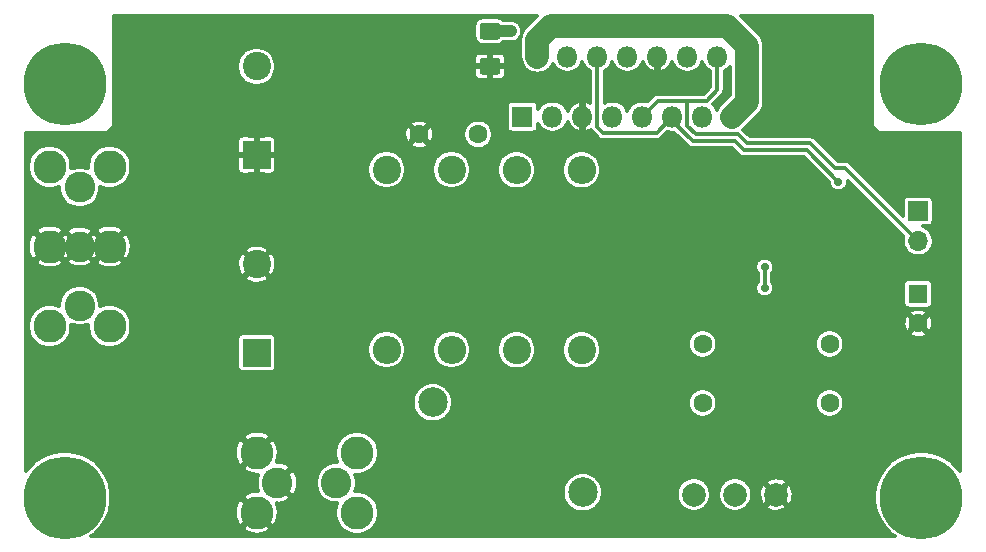
<source format=gbr>
%TF.GenerationSoftware,KiCad,Pcbnew,(5.1.6-0)*%
%TF.CreationDate,2023-05-08T21:30:56-07:00*%
%TF.ProjectId,LM1876x2_bal,4c4d3138-3736-4783-925f-62616c2e6b69,rev?*%
%TF.SameCoordinates,Original*%
%TF.FileFunction,Copper,L2,Bot*%
%TF.FilePolarity,Positive*%
%FSLAX46Y46*%
G04 Gerber Fmt 4.6, Leading zero omitted, Abs format (unit mm)*
G04 Created by KiCad (PCBNEW (5.1.6-0)) date 2023-05-08 21:30:56*
%MOMM*%
%LPD*%
G01*
G04 APERTURE LIST*
%TA.AperFunction,ComponentPad*%
%ADD10O,1.700000X1.700000*%
%TD*%
%TA.AperFunction,ComponentPad*%
%ADD11R,1.700000X1.700000*%
%TD*%
%TA.AperFunction,ComponentPad*%
%ADD12C,1.600000*%
%TD*%
%TA.AperFunction,ComponentPad*%
%ADD13R,1.600000X1.600000*%
%TD*%
%TA.AperFunction,ComponentPad*%
%ADD14C,2.600000*%
%TD*%
%TA.AperFunction,ComponentPad*%
%ADD15O,2.400000X2.400000*%
%TD*%
%TA.AperFunction,ComponentPad*%
%ADD16C,2.400000*%
%TD*%
%TA.AperFunction,ComponentPad*%
%ADD17C,0.800000*%
%TD*%
%TA.AperFunction,ComponentPad*%
%ADD18C,7.000000*%
%TD*%
%TA.AperFunction,ComponentPad*%
%ADD19O,1.800000X1.800000*%
%TD*%
%TA.AperFunction,ComponentPad*%
%ADD20R,1.800000X1.800000*%
%TD*%
%TA.AperFunction,ComponentPad*%
%ADD21C,2.500000*%
%TD*%
%TA.AperFunction,ComponentPad*%
%ADD22C,2.800000*%
%TD*%
%TA.AperFunction,ComponentPad*%
%ADD23C,2.000000*%
%TD*%
%TA.AperFunction,ComponentPad*%
%ADD24R,2.400000X2.400000*%
%TD*%
%TA.AperFunction,ViaPad*%
%ADD25C,0.700000*%
%TD*%
%TA.AperFunction,Conductor*%
%ADD26C,2.000000*%
%TD*%
%TA.AperFunction,Conductor*%
%ADD27C,1.000000*%
%TD*%
%TA.AperFunction,Conductor*%
%ADD28C,0.300000*%
%TD*%
G04 APERTURE END LIST*
D10*
%TO.P,J9,2*%
%TO.N,STBY*%
X153500000Y-74540000D03*
D11*
%TO.P,J9,1*%
%TO.N,/5V_ZENER*%
X153500000Y-72000000D03*
%TD*%
D12*
%TO.P,C10,2*%
%TO.N,GND*%
X153500000Y-81500000D03*
D13*
%TO.P,C10,1*%
%TO.N,/GATE*%
X153500000Y-79000000D03*
%TD*%
D14*
%TO.P,J2,2*%
%TO.N,SPK*%
X104250000Y-95000000D03*
%TO.P,J2,1*%
%TO.N,GND*%
X99250000Y-95000000D03*
%TD*%
D15*
%TO.P,R9,2*%
%TO.N,/U1AOUT*%
X125000000Y-68510000D03*
D16*
%TO.P,R9,1*%
%TO.N,/OUT*%
X125000000Y-83750000D03*
%TD*%
D17*
%TO.P,H4,1*%
%TO.N,N/C*%
X155606155Y-94393845D03*
X153750000Y-93625000D03*
X151893845Y-94393845D03*
X151125000Y-96250000D03*
X151893845Y-98106155D03*
X153750000Y-98875000D03*
X155606155Y-98106155D03*
X156375000Y-96250000D03*
D18*
X153750000Y-96250000D03*
%TD*%
D17*
%TO.P,H3,1*%
%TO.N,N/C*%
X155606155Y-59393845D03*
X153750000Y-58625000D03*
X151893845Y-59393845D03*
X151125000Y-61250000D03*
X151893845Y-63106155D03*
X153750000Y-63875000D03*
X155606155Y-63106155D03*
X156375000Y-61250000D03*
D18*
X153750000Y-61250000D03*
%TD*%
D17*
%TO.P,H2,1*%
%TO.N,N/C*%
X83106155Y-59393845D03*
X81250000Y-58625000D03*
X79393845Y-59393845D03*
X78625000Y-61250000D03*
X79393845Y-63106155D03*
X81250000Y-63875000D03*
X83106155Y-63106155D03*
X83875000Y-61250000D03*
D18*
X81250000Y-61250000D03*
%TD*%
D17*
%TO.P,H1,1*%
%TO.N,N/C*%
X83106155Y-94393845D03*
X81250000Y-93625000D03*
X79393845Y-94393845D03*
X78625000Y-96250000D03*
X79393845Y-98106155D03*
X81250000Y-98875000D03*
X83106155Y-98106155D03*
X83875000Y-96250000D03*
D18*
X81250000Y-96250000D03*
%TD*%
D19*
%TO.P,U1,15*%
%TO.N,VCC*%
X137780000Y-64000000D03*
%TO.P,U1,14*%
%TO.N,STBY*%
X136510000Y-58920000D03*
%TO.P,U1,13*%
%TO.N,/U1BIN+*%
X135240000Y-64000000D03*
%TO.P,U1,12*%
%TO.N,/U1BIN-*%
X133970000Y-58920000D03*
%TO.P,U1,11*%
%TO.N,MUTE*%
X132700000Y-64000000D03*
%TO.P,U1,10*%
%TO.N,GND*%
X131430000Y-58920000D03*
%TO.P,U1,9*%
%TO.N,STBY*%
X130160000Y-64000000D03*
%TO.P,U1,8*%
%TO.N,/U1AIN+*%
X128890000Y-58920000D03*
%TO.P,U1,7*%
%TO.N,/U1AIN-*%
X127620000Y-64000000D03*
%TO.P,U1,6*%
%TO.N,MUTE*%
X126350000Y-58920000D03*
%TO.P,U1,5*%
%TO.N,GND*%
X125080000Y-64000000D03*
%TO.P,U1,4*%
%TO.N,VEE*%
X123810000Y-58920000D03*
%TO.P,U1,3*%
%TO.N,/U1AOUT*%
X122540000Y-64000000D03*
%TO.P,U1,2*%
%TO.N,VCC*%
X121270000Y-58920000D03*
D20*
%TO.P,U1,1*%
%TO.N,/U1BOUT*%
X120000000Y-64000000D03*
%TD*%
D15*
%TO.P,R12,2*%
%TO.N,/OUT*%
X108500000Y-83740000D03*
D16*
%TO.P,R12,1*%
%TO.N,SPK*%
X108500000Y-68500000D03*
%TD*%
D15*
%TO.P,R11,2*%
%TO.N,/OUT*%
X114000000Y-83740000D03*
D16*
%TO.P,R11,1*%
%TO.N,Net-(C9-Pad1)*%
X114000000Y-68500000D03*
%TD*%
D15*
%TO.P,R10,2*%
%TO.N,/U1BOUT*%
X119500000Y-68510000D03*
D16*
%TO.P,R10,1*%
%TO.N,/OUT*%
X119500000Y-83750000D03*
%TD*%
D21*
%TO.P,L1,2*%
%TO.N,SPK*%
X112400000Y-88190000D03*
%TO.P,L1,1*%
%TO.N,/OUT*%
X125100000Y-95810000D03*
%TD*%
D22*
%TO.P,J8,1*%
%TO.N,VCC*%
X85040000Y-81750000D03*
X79960000Y-81750000D03*
%TD*%
%TO.P,J7,1*%
%TO.N,GND*%
X85040000Y-75000000D03*
X79960000Y-75000000D03*
%TD*%
%TO.P,J6,1*%
%TO.N,VEE*%
X85040000Y-68250000D03*
X79960000Y-68250000D03*
%TD*%
%TO.P,J5,1*%
%TO.N,GND*%
X97500000Y-92460000D03*
X97500000Y-97540000D03*
%TD*%
%TO.P,J4,1*%
%TO.N,SPK*%
X106000000Y-92460000D03*
X106000000Y-97540000D03*
%TD*%
D14*
%TO.P,J3,3*%
%TO.N,VCC*%
X82500000Y-80000000D03*
%TO.P,J3,2*%
%TO.N,GND*%
X82500000Y-75000000D03*
%TO.P,J3,1*%
%TO.N,VEE*%
X82500000Y-70000000D03*
%TD*%
D23*
%TO.P,J1,3*%
%TO.N,GND*%
X141500000Y-96000000D03*
%TO.P,J1,2*%
%TO.N,/IN+*%
X138000000Y-96000000D03*
%TO.P,J1,1*%
%TO.N,/IN-*%
X134500000Y-96000000D03*
%TD*%
D12*
%TO.P,C9,2*%
%TO.N,GND*%
X111250000Y-65500000D03*
%TO.P,C9,1*%
%TO.N,Net-(C9-Pad1)*%
X116250000Y-65500000D03*
%TD*%
%TO.P,C6,2*%
%TO.N,GND*%
%TA.AperFunction,SMDPad,CuDef*%
G36*
G01*
X116625000Y-59025000D02*
X117875000Y-59025000D01*
G75*
G02*
X118125000Y-59275000I0J-250000D01*
G01*
X118125000Y-60200000D01*
G75*
G02*
X117875000Y-60450000I-250000J0D01*
G01*
X116625000Y-60450000D01*
G75*
G02*
X116375000Y-60200000I0J250000D01*
G01*
X116375000Y-59275000D01*
G75*
G02*
X116625000Y-59025000I250000J0D01*
G01*
G37*
%TD.AperFunction*%
%TO.P,C6,1*%
%TO.N,VEE*%
%TA.AperFunction,SMDPad,CuDef*%
G36*
G01*
X116625000Y-56050000D02*
X117875000Y-56050000D01*
G75*
G02*
X118125000Y-56300000I0J-250000D01*
G01*
X118125000Y-57225000D01*
G75*
G02*
X117875000Y-57475000I-250000J0D01*
G01*
X116625000Y-57475000D01*
G75*
G02*
X116375000Y-57225000I0J250000D01*
G01*
X116375000Y-56300000D01*
G75*
G02*
X116625000Y-56050000I250000J0D01*
G01*
G37*
%TD.AperFunction*%
%TD*%
D16*
%TO.P,C4,2*%
%TO.N,VEE*%
X97500000Y-59750000D03*
D24*
%TO.P,C4,1*%
%TO.N,GND*%
X97500000Y-67250000D03*
%TD*%
D16*
%TO.P,C3,2*%
%TO.N,GND*%
X97500000Y-76500000D03*
D24*
%TO.P,C3,1*%
%TO.N,VCC*%
X97500000Y-84000000D03*
%TD*%
D12*
%TO.P,C2,2*%
%TO.N,/IN-*%
X135250000Y-88250000D03*
%TO.P,C2,1*%
%TO.N,Net-(C2-Pad1)*%
X135250000Y-83250000D03*
%TD*%
%TO.P,C1,2*%
%TO.N,/IN+*%
X146000000Y-88250000D03*
%TO.P,C1,1*%
%TO.N,Net-(C1-Pad1)*%
X146000000Y-83250000D03*
%TD*%
D25*
%TO.N,GND*%
X121750000Y-67000000D03*
X123500000Y-70500000D03*
X131250000Y-77500000D03*
X137750000Y-76750000D03*
X127750000Y-60750000D03*
X127750000Y-62000000D03*
X130000000Y-60750000D03*
X130000000Y-62000000D03*
X131250000Y-60750000D03*
X132500000Y-60750000D03*
X132500000Y-61750000D03*
X131250000Y-61750000D03*
X137330000Y-60750000D03*
X137330000Y-61750000D03*
X135000000Y-61750000D03*
X135000000Y-60750000D03*
X125250000Y-60750000D03*
X125250000Y-62000000D03*
X124000000Y-60750000D03*
X124000000Y-62000000D03*
X122750000Y-62000000D03*
X139500000Y-76750000D03*
X139500000Y-78500010D03*
X115512500Y-59262500D03*
X148750000Y-76750000D03*
X78782143Y-86542500D03*
X78782143Y-90542500D03*
X80782143Y-88542500D03*
X81782143Y-91542500D03*
X82782143Y-86542500D03*
X83782143Y-89542500D03*
X84782143Y-92542500D03*
X85782143Y-59542500D03*
X85782143Y-87542500D03*
X85782143Y-98542500D03*
X86782143Y-90542500D03*
X86782143Y-94542500D03*
X87782143Y-57542500D03*
X87782143Y-73542500D03*
X88782143Y-76542500D03*
X88782143Y-86542500D03*
X88782143Y-92542500D03*
X88782143Y-96542500D03*
X89782143Y-71542500D03*
X89782143Y-89542500D03*
X90782143Y-74542500D03*
X90782143Y-94542500D03*
X90782143Y-98542500D03*
X91782143Y-69542500D03*
X91782143Y-91542500D03*
X92782143Y-72542500D03*
X92782143Y-76542500D03*
X92782143Y-88542500D03*
X92782143Y-96542500D03*
X93782143Y-67542500D03*
X93782143Y-93542500D03*
X94782143Y-70542500D03*
X94782143Y-74542500D03*
X94782143Y-90542500D03*
X94782143Y-98542500D03*
X96782143Y-72542500D03*
X96782143Y-88542500D03*
X98782143Y-70542500D03*
X99782143Y-89542500D03*
X100782143Y-92542500D03*
X100782143Y-97542500D03*
X108782143Y-80542500D03*
X109782143Y-71542500D03*
X109782143Y-75542500D03*
X110782143Y-67542500D03*
X110782143Y-78542500D03*
X110782143Y-95542500D03*
X111782143Y-73542500D03*
X111782143Y-98542500D03*
X112782143Y-76542500D03*
X112782143Y-80542500D03*
X112782143Y-93542500D03*
X113782143Y-71542500D03*
X113782143Y-96542500D03*
X114782143Y-74542500D03*
X114782143Y-78542500D03*
X114782143Y-91542500D03*
X115782143Y-86542500D03*
X115782143Y-94542500D03*
X115782143Y-98542500D03*
X116782143Y-67542500D03*
X116782143Y-72542500D03*
X116782143Y-76542500D03*
X116782143Y-80542500D03*
X116782143Y-89542500D03*
X117782143Y-92542500D03*
X117782143Y-96542500D03*
X118782143Y-74542500D03*
X118782143Y-78542500D03*
X119782143Y-71542500D03*
X119782143Y-90542500D03*
X119782143Y-94542500D03*
X119782143Y-98542500D03*
X120782143Y-76542500D03*
X120782143Y-80542500D03*
X121782143Y-68542500D03*
X121782143Y-73542500D03*
X122782143Y-78542500D03*
X123782143Y-75542500D03*
X124782143Y-80542500D03*
X125782143Y-77542500D03*
X126782143Y-70542500D03*
X127782143Y-79542500D03*
X128782143Y-82542500D03*
X128782143Y-86542500D03*
X128782143Y-90542500D03*
X128782143Y-94542500D03*
X128782143Y-98542500D03*
X130782143Y-80542500D03*
X130782143Y-84542500D03*
X130782143Y-88542500D03*
X130782143Y-92542500D03*
X130782143Y-96542500D03*
X132782143Y-77542500D03*
X132782143Y-82542500D03*
X132782143Y-86542500D03*
X132782143Y-90542500D03*
X132782143Y-98542500D03*
X133782143Y-93542500D03*
X135782143Y-70542500D03*
X135782143Y-78542500D03*
X136782143Y-98542500D03*
X137782143Y-80542500D03*
X143000000Y-86000000D03*
X138782143Y-93542500D03*
X140782143Y-91542500D03*
X140782143Y-98542500D03*
X141000000Y-84250000D03*
X142782143Y-93542500D03*
X143250000Y-81750000D03*
X143782143Y-90542500D03*
X143782143Y-96542500D03*
X145782143Y-77542500D03*
X146782143Y-91542500D03*
X147782143Y-79542500D03*
X147782143Y-84542500D03*
X148782143Y-87542500D03*
X150500000Y-80500000D03*
X149782143Y-90542500D03*
X150782143Y-85542500D03*
X142750000Y-77250000D03*
X147250000Y-73750000D03*
X133750000Y-73750000D03*
X130750000Y-73750000D03*
X143000000Y-70750000D03*
X140500000Y-70750000D03*
X138250000Y-70750000D03*
X134750000Y-69000000D03*
X132250000Y-70750000D03*
X129500000Y-70750000D03*
X127000000Y-66750000D03*
X138000000Y-89500000D03*
X135750000Y-91250000D03*
X146000000Y-86000000D03*
X140500000Y-86750000D03*
X139500000Y-82000000D03*
X139000000Y-85250000D03*
X135250000Y-85750000D03*
X137750000Y-86750000D03*
X137000000Y-84750000D03*
X135000000Y-81000000D03*
X145000000Y-80250000D03*
X139250000Y-68250000D03*
X140500000Y-68250000D03*
X141750000Y-68250000D03*
X138000000Y-68250000D03*
X150500000Y-78250000D03*
X130000000Y-67500000D03*
X131250000Y-67500000D03*
X132500000Y-67500000D03*
X133750000Y-67500000D03*
X135000000Y-67500000D03*
X148500000Y-58250000D03*
X155000000Y-68000000D03*
X155000000Y-69750000D03*
X155750000Y-73500000D03*
X155750000Y-75750000D03*
X155750000Y-78000000D03*
X155750000Y-80000000D03*
X151000000Y-69250000D03*
X146000000Y-70500000D03*
X147500000Y-70500000D03*
X145250000Y-69250000D03*
X145500000Y-66000000D03*
X145000000Y-64500000D03*
X140750000Y-63250000D03*
X142250000Y-63250000D03*
X142250000Y-60750000D03*
X142250000Y-58250000D03*
X148500000Y-56750000D03*
X149250000Y-62250000D03*
X155000000Y-66250000D03*
X151000000Y-73750000D03*
X150500000Y-75250000D03*
X152000000Y-88500000D03*
X154500000Y-86500000D03*
X153250000Y-84250000D03*
X155000000Y-89250000D03*
X145750000Y-94250000D03*
X148750000Y-94000000D03*
X147250000Y-96750000D03*
X144750000Y-99000000D03*
X149000000Y-99000000D03*
X152750000Y-91250000D03*
X156250000Y-83500000D03*
X150250000Y-83000000D03*
X148000000Y-81750000D03*
X153750000Y-76750000D03*
X156250000Y-71000000D03*
X156250000Y-67000000D03*
%TO.N,VEE*%
X118987500Y-56762500D03*
%TO.N,/U1BOUT*%
X140500000Y-76750000D03*
X140500000Y-78500010D03*
%TO.N,MUTE*%
X146750000Y-69500000D03*
%TD*%
D26*
%TO.N,VCC*%
X121270000Y-57480000D02*
X122424990Y-56325010D01*
X121270000Y-58920000D02*
X121270000Y-57480000D01*
X137325010Y-56325010D02*
X139000000Y-58000000D01*
X139000000Y-62780000D02*
X137780000Y-64000000D01*
X139000000Y-58000000D02*
X139000000Y-62780000D01*
X122424990Y-56325010D02*
X137325010Y-56325010D01*
D27*
%TO.N,VEE*%
X118987500Y-56762500D02*
X118987500Y-56762500D01*
X117250000Y-56762500D02*
X118987500Y-56762500D01*
X118987500Y-56762500D02*
X119000000Y-56750000D01*
D28*
%TO.N,/U1BOUT*%
X140500000Y-76750000D02*
X140500000Y-78500010D01*
%TO.N,MUTE*%
X132700000Y-64000000D02*
X131350000Y-65350000D01*
X126840001Y-65390001D02*
X126350000Y-64900000D01*
X126350000Y-64900000D02*
X126350000Y-58920000D01*
X130460000Y-65390001D02*
X126840001Y-65390001D01*
X131309999Y-65390001D02*
X131350000Y-65350000D01*
X130460000Y-65390001D02*
X131309999Y-65390001D01*
X134441468Y-66100010D02*
X132700000Y-64358542D01*
X138001468Y-66100010D02*
X134441468Y-66100010D01*
X132700000Y-64358542D02*
X132700000Y-64000000D01*
X138751467Y-66850009D02*
X138001468Y-66100010D01*
X144100010Y-66850010D02*
X138751467Y-66850009D01*
X146750000Y-69500000D02*
X144100010Y-66850010D01*
%TO.N,STBY*%
X130160000Y-64000000D02*
X131510001Y-62649999D01*
X131510001Y-62649999D02*
X133899999Y-62649999D01*
X136510000Y-58920000D02*
X136510000Y-61740000D01*
X135600001Y-62649999D02*
X133899999Y-62649999D01*
X136510000Y-61740000D02*
X135600001Y-62649999D01*
X138250000Y-65500000D02*
X139000000Y-66250000D01*
X134690000Y-65500000D02*
X138250000Y-65500000D01*
X133970000Y-64780000D02*
X134690000Y-65500000D01*
X133970000Y-62720000D02*
X133970000Y-64780000D01*
X133899999Y-62649999D02*
X133970000Y-62720000D01*
X139000000Y-66250000D02*
X142000000Y-66250000D01*
X142000000Y-66250000D02*
X144348543Y-66250001D01*
X147285729Y-68325729D02*
X146424271Y-68325729D01*
X153500000Y-74540000D02*
X147285729Y-68325729D01*
X144348543Y-66250001D02*
X146424271Y-68325729D01*
%TD*%
%TO.N,GND*%
G36*
X120295056Y-56404335D02*
G01*
X120239736Y-56449735D01*
X120194336Y-56505055D01*
X120194332Y-56505059D01*
X120058536Y-56670527D01*
X119940713Y-56890961D01*
X119954595Y-56750000D01*
X119936254Y-56563767D01*
X119881932Y-56384692D01*
X119793717Y-56219655D01*
X119675001Y-56074999D01*
X119530345Y-55956283D01*
X119365308Y-55868068D01*
X119186233Y-55813746D01*
X119000000Y-55795405D01*
X118826420Y-55812500D01*
X118378912Y-55812500D01*
X118371514Y-55803486D01*
X118265109Y-55716161D01*
X118143712Y-55651273D01*
X118011988Y-55611315D01*
X117875000Y-55597823D01*
X116625000Y-55597823D01*
X116488012Y-55611315D01*
X116356288Y-55651273D01*
X116234891Y-55716161D01*
X116128486Y-55803486D01*
X116041161Y-55909891D01*
X115976273Y-56031288D01*
X115936315Y-56163012D01*
X115922823Y-56300000D01*
X115922823Y-57225000D01*
X115936315Y-57361988D01*
X115976273Y-57493712D01*
X116041161Y-57615109D01*
X116128486Y-57721514D01*
X116234891Y-57808839D01*
X116356288Y-57873727D01*
X116488012Y-57913685D01*
X116625000Y-57927177D01*
X117875000Y-57927177D01*
X118011988Y-57913685D01*
X118143712Y-57873727D01*
X118265109Y-57808839D01*
X118371514Y-57721514D01*
X118378912Y-57712500D01*
X118940846Y-57712500D01*
X118987500Y-57717095D01*
X119034154Y-57712500D01*
X119034165Y-57712500D01*
X119173732Y-57698754D01*
X119352808Y-57644432D01*
X119517845Y-57556218D01*
X119662501Y-57437501D01*
X119692250Y-57401252D01*
X119704748Y-57388754D01*
X119793717Y-57280345D01*
X119843667Y-57186897D01*
X119840981Y-57195750D01*
X119820000Y-57408775D01*
X119820000Y-57408785D01*
X119812986Y-57480000D01*
X119820000Y-57551215D01*
X119820000Y-58991224D01*
X119840981Y-59204249D01*
X119923894Y-59477575D01*
X120058536Y-59729473D01*
X120239735Y-59950264D01*
X120460526Y-60131464D01*
X120712424Y-60266106D01*
X120985750Y-60349019D01*
X121270000Y-60377015D01*
X121554249Y-60349019D01*
X121827575Y-60266106D01*
X122079473Y-60131464D01*
X122300264Y-59950265D01*
X122481464Y-59729474D01*
X122595610Y-59515922D01*
X122613646Y-59559465D01*
X122761387Y-59780575D01*
X122949425Y-59968613D01*
X123170535Y-60116354D01*
X123416220Y-60218120D01*
X123677037Y-60270000D01*
X123942963Y-60270000D01*
X124203780Y-60218120D01*
X124449465Y-60116354D01*
X124670575Y-59968613D01*
X124858613Y-59780575D01*
X125006354Y-59559465D01*
X125080000Y-59381668D01*
X125153646Y-59559465D01*
X125301387Y-59780575D01*
X125489425Y-59968613D01*
X125710535Y-60116354D01*
X125750001Y-60132701D01*
X125750000Y-62835473D01*
X125639795Y-62771530D01*
X125389376Y-62685924D01*
X125180000Y-62766205D01*
X125180000Y-63900000D01*
X125200000Y-63900000D01*
X125200000Y-64100000D01*
X125180000Y-64100000D01*
X125180000Y-65233795D01*
X125389376Y-65314076D01*
X125639795Y-65228470D01*
X125796606Y-65137486D01*
X125848704Y-65234954D01*
X125923683Y-65326317D01*
X125946586Y-65345113D01*
X126394892Y-65793420D01*
X126413684Y-65816318D01*
X126505046Y-65891297D01*
X126609280Y-65947011D01*
X126722380Y-65981319D01*
X126840000Y-65992904D01*
X126869474Y-65990001D01*
X131280525Y-65990001D01*
X131309999Y-65992904D01*
X131339473Y-65990001D01*
X131427620Y-65981319D01*
X131540720Y-65947011D01*
X131644954Y-65891297D01*
X131736316Y-65816318D01*
X131755112Y-65793415D01*
X131795105Y-65753422D01*
X132266755Y-65281773D01*
X132306220Y-65298120D01*
X132567037Y-65350000D01*
X132832963Y-65350000D01*
X132841277Y-65348346D01*
X133996359Y-66503429D01*
X134015151Y-66526327D01*
X134106513Y-66601306D01*
X134210747Y-66657020D01*
X134323847Y-66691328D01*
X134441468Y-66702913D01*
X134470942Y-66700010D01*
X137752941Y-66700010D01*
X138306362Y-67253432D01*
X138325150Y-67276325D01*
X138348042Y-67295112D01*
X138348044Y-67295114D01*
X138416512Y-67351304D01*
X138520746Y-67407019D01*
X138633846Y-67441327D01*
X138751467Y-67452912D01*
X138780951Y-67450008D01*
X143851483Y-67450010D01*
X145950000Y-69548528D01*
X145950000Y-69578793D01*
X145980743Y-69733351D01*
X146041049Y-69878942D01*
X146128599Y-70009970D01*
X146240030Y-70121401D01*
X146371058Y-70208951D01*
X146516649Y-70269257D01*
X146671207Y-70300000D01*
X146828793Y-70300000D01*
X146983351Y-70269257D01*
X147128942Y-70208951D01*
X147259970Y-70121401D01*
X147371401Y-70009970D01*
X147458951Y-69878942D01*
X147519257Y-69733351D01*
X147550000Y-69578793D01*
X147550000Y-69438527D01*
X152256495Y-74145023D01*
X152249958Y-74160804D01*
X152200000Y-74411961D01*
X152200000Y-74668039D01*
X152249958Y-74919196D01*
X152347955Y-75155781D01*
X152490224Y-75368702D01*
X152671298Y-75549776D01*
X152884219Y-75692045D01*
X153120804Y-75790042D01*
X153371961Y-75840000D01*
X153628039Y-75840000D01*
X153879196Y-75790042D01*
X154115781Y-75692045D01*
X154328702Y-75549776D01*
X154509776Y-75368702D01*
X154652045Y-75155781D01*
X154750042Y-74919196D01*
X154800000Y-74668039D01*
X154800000Y-74411961D01*
X154750042Y-74160804D01*
X154652045Y-73924219D01*
X154509776Y-73711298D01*
X154328702Y-73530224D01*
X154115781Y-73387955D01*
X153908695Y-73302177D01*
X154350000Y-73302177D01*
X154438215Y-73293489D01*
X154523041Y-73267757D01*
X154601216Y-73225971D01*
X154669737Y-73169737D01*
X154725971Y-73101216D01*
X154767757Y-73023041D01*
X154793489Y-72938215D01*
X154802177Y-72850000D01*
X154802177Y-71150000D01*
X154793489Y-71061785D01*
X154767757Y-70976959D01*
X154725971Y-70898784D01*
X154669737Y-70830263D01*
X154601216Y-70774029D01*
X154523041Y-70732243D01*
X154438215Y-70706511D01*
X154350000Y-70697823D01*
X152650000Y-70697823D01*
X152561785Y-70706511D01*
X152476959Y-70732243D01*
X152398784Y-70774029D01*
X152330263Y-70830263D01*
X152274029Y-70898784D01*
X152232243Y-70976959D01*
X152206511Y-71061785D01*
X152197823Y-71150000D01*
X152197823Y-72389295D01*
X147730842Y-67922315D01*
X147712046Y-67899412D01*
X147620684Y-67824433D01*
X147516450Y-67768719D01*
X147403350Y-67734411D01*
X147315203Y-67725729D01*
X147285729Y-67722826D01*
X147256255Y-67725729D01*
X146672799Y-67725729D01*
X144793652Y-65846583D01*
X144774860Y-65823685D01*
X144683498Y-65748706D01*
X144579264Y-65692992D01*
X144552766Y-65684954D01*
X144466163Y-65658683D01*
X144348543Y-65647098D01*
X144319060Y-65650002D01*
X142029474Y-65650000D01*
X139248528Y-65650000D01*
X138710592Y-65112065D01*
X138754941Y-65075668D01*
X139974939Y-63855670D01*
X140030265Y-63810265D01*
X140211464Y-63589474D01*
X140346106Y-63337576D01*
X140429019Y-63064250D01*
X140450000Y-62851225D01*
X140457015Y-62780000D01*
X140450000Y-62708775D01*
X140450000Y-58071225D01*
X140457015Y-58000000D01*
X140429019Y-57715750D01*
X140402357Y-57627859D01*
X140346106Y-57442424D01*
X140211464Y-57190526D01*
X140175891Y-57147180D01*
X140075668Y-57025059D01*
X140075666Y-57025057D01*
X140030264Y-56969735D01*
X139974944Y-56924335D01*
X138525609Y-55475000D01*
X149600000Y-55475000D01*
X149600000Y-64750000D01*
X149602882Y-64779264D01*
X149611418Y-64807403D01*
X149625280Y-64833336D01*
X149643934Y-64856066D01*
X150143934Y-65356066D01*
X150166664Y-65374720D01*
X150192597Y-65388582D01*
X150220736Y-65397118D01*
X150250000Y-65400000D01*
X157025000Y-65400000D01*
X157025001Y-94041574D01*
X156818165Y-93732022D01*
X156267978Y-93181835D01*
X155621026Y-92749556D01*
X154902172Y-92451797D01*
X154139041Y-92300000D01*
X153360959Y-92300000D01*
X152597828Y-92451797D01*
X151878974Y-92749556D01*
X151232022Y-93181835D01*
X150681835Y-93732022D01*
X150249556Y-94378974D01*
X149951797Y-95097828D01*
X149800000Y-95860959D01*
X149800000Y-96639041D01*
X149951797Y-97402172D01*
X150249556Y-98121026D01*
X150681835Y-98767978D01*
X151232022Y-99318165D01*
X151541573Y-99525000D01*
X83458427Y-99525000D01*
X83767978Y-99318165D01*
X84242531Y-98843612D01*
X96337809Y-98843612D01*
X96489820Y-99100524D01*
X96813674Y-99267615D01*
X97163902Y-99368315D01*
X97527047Y-99398755D01*
X97889152Y-99357762D01*
X98236302Y-99246915D01*
X98510180Y-99100524D01*
X98662191Y-98843612D01*
X97500000Y-97681421D01*
X96337809Y-98843612D01*
X84242531Y-98843612D01*
X84318165Y-98767978D01*
X84750444Y-98121026D01*
X84979909Y-97567047D01*
X95641245Y-97567047D01*
X95682238Y-97929152D01*
X95793085Y-98276302D01*
X95939476Y-98550180D01*
X96196388Y-98702191D01*
X97358579Y-97540000D01*
X96196388Y-96377809D01*
X95939476Y-96529820D01*
X95772385Y-96853674D01*
X95671685Y-97203902D01*
X95641245Y-97567047D01*
X84979909Y-97567047D01*
X85048203Y-97402172D01*
X85200000Y-96639041D01*
X85200000Y-95860959D01*
X85048203Y-95097828D01*
X84750444Y-94378974D01*
X84339273Y-93763612D01*
X96337809Y-93763612D01*
X96489820Y-94020524D01*
X96813674Y-94187615D01*
X97163902Y-94288315D01*
X97527047Y-94318755D01*
X97639255Y-94306052D01*
X97613778Y-94355806D01*
X97519541Y-94687395D01*
X97491805Y-95030997D01*
X97531636Y-95373409D01*
X97635369Y-95694859D01*
X97472953Y-95681245D01*
X97110848Y-95722238D01*
X96763698Y-95833085D01*
X96489820Y-95979476D01*
X96337809Y-96236388D01*
X97500000Y-97398579D01*
X97514143Y-97384437D01*
X97655564Y-97525858D01*
X97641421Y-97540000D01*
X98803612Y-98702191D01*
X99060524Y-98550180D01*
X99227615Y-98226326D01*
X99328315Y-97876098D01*
X99358755Y-97512953D01*
X99317762Y-97150848D01*
X99206915Y-96803698D01*
X99178156Y-96749894D01*
X99280997Y-96758195D01*
X99623409Y-96718364D01*
X99951470Y-96612498D01*
X100201027Y-96479107D01*
X100341014Y-96232436D01*
X99250000Y-95141421D01*
X99235858Y-95155564D01*
X99094436Y-95014142D01*
X99108579Y-95000000D01*
X99391421Y-95000000D01*
X100482436Y-96091014D01*
X100729107Y-95951027D01*
X100886222Y-95644194D01*
X100980459Y-95312605D01*
X101008195Y-94969003D01*
X100991751Y-94827640D01*
X102500000Y-94827640D01*
X102500000Y-95172360D01*
X102567251Y-95510456D01*
X102699170Y-95828936D01*
X102890686Y-96115560D01*
X103134440Y-96359314D01*
X103421064Y-96550830D01*
X103739544Y-96682749D01*
X104077640Y-96750000D01*
X104324804Y-96750000D01*
X104221095Y-97000375D01*
X104150000Y-97357791D01*
X104150000Y-97722209D01*
X104221095Y-98079625D01*
X104360552Y-98416303D01*
X104563011Y-98719306D01*
X104820694Y-98976989D01*
X105123697Y-99179448D01*
X105460375Y-99318905D01*
X105817791Y-99390000D01*
X106182209Y-99390000D01*
X106539625Y-99318905D01*
X106876303Y-99179448D01*
X107179306Y-98976989D01*
X107436989Y-98719306D01*
X107639448Y-98416303D01*
X107778905Y-98079625D01*
X107850000Y-97722209D01*
X107850000Y-97357791D01*
X107778905Y-97000375D01*
X107639448Y-96663697D01*
X107436989Y-96360694D01*
X107179306Y-96103011D01*
X106876303Y-95900552D01*
X106539625Y-95761095D01*
X106182209Y-95690000D01*
X105858379Y-95690000D01*
X105878027Y-95642565D01*
X123400000Y-95642565D01*
X123400000Y-95977435D01*
X123465330Y-96305872D01*
X123593479Y-96615252D01*
X123779523Y-96893687D01*
X124016313Y-97130477D01*
X124294748Y-97316521D01*
X124604128Y-97444670D01*
X124932565Y-97510000D01*
X125267435Y-97510000D01*
X125595872Y-97444670D01*
X125905252Y-97316521D01*
X126183687Y-97130477D01*
X126420477Y-96893687D01*
X126606521Y-96615252D01*
X126734670Y-96305872D01*
X126800000Y-95977435D01*
X126800000Y-95857187D01*
X133050000Y-95857187D01*
X133050000Y-96142813D01*
X133105723Y-96422949D01*
X133215027Y-96686833D01*
X133373711Y-96924321D01*
X133575679Y-97126289D01*
X133813167Y-97284973D01*
X134077051Y-97394277D01*
X134357187Y-97450000D01*
X134642813Y-97450000D01*
X134922949Y-97394277D01*
X135186833Y-97284973D01*
X135424321Y-97126289D01*
X135626289Y-96924321D01*
X135784973Y-96686833D01*
X135894277Y-96422949D01*
X135950000Y-96142813D01*
X135950000Y-95857187D01*
X136550000Y-95857187D01*
X136550000Y-96142813D01*
X136605723Y-96422949D01*
X136715027Y-96686833D01*
X136873711Y-96924321D01*
X137075679Y-97126289D01*
X137313167Y-97284973D01*
X137577051Y-97394277D01*
X137857187Y-97450000D01*
X138142813Y-97450000D01*
X138422949Y-97394277D01*
X138686833Y-97284973D01*
X138924321Y-97126289D01*
X139031816Y-97018794D01*
X140622628Y-97018794D01*
X140726509Y-97234750D01*
X140982259Y-97361925D01*
X141257906Y-97436762D01*
X141542856Y-97456386D01*
X141826159Y-97420042D01*
X142096928Y-97329125D01*
X142273491Y-97234750D01*
X142377372Y-97018794D01*
X141500000Y-96141421D01*
X140622628Y-97018794D01*
X139031816Y-97018794D01*
X139126289Y-96924321D01*
X139284973Y-96686833D01*
X139394277Y-96422949D01*
X139450000Y-96142813D01*
X139450000Y-96042856D01*
X140043614Y-96042856D01*
X140079958Y-96326159D01*
X140170875Y-96596928D01*
X140265250Y-96773491D01*
X140481206Y-96877372D01*
X141358579Y-96000000D01*
X141641421Y-96000000D01*
X142518794Y-96877372D01*
X142734750Y-96773491D01*
X142861925Y-96517741D01*
X142936762Y-96242094D01*
X142956386Y-95957144D01*
X142920042Y-95673841D01*
X142829125Y-95403072D01*
X142734750Y-95226509D01*
X142518794Y-95122628D01*
X141641421Y-96000000D01*
X141358579Y-96000000D01*
X140481206Y-95122628D01*
X140265250Y-95226509D01*
X140138075Y-95482259D01*
X140063238Y-95757906D01*
X140043614Y-96042856D01*
X139450000Y-96042856D01*
X139450000Y-95857187D01*
X139394277Y-95577051D01*
X139284973Y-95313167D01*
X139126289Y-95075679D01*
X139031816Y-94981206D01*
X140622628Y-94981206D01*
X141500000Y-95858579D01*
X142377372Y-94981206D01*
X142273491Y-94765250D01*
X142017741Y-94638075D01*
X141742094Y-94563238D01*
X141457144Y-94543614D01*
X141173841Y-94579958D01*
X140903072Y-94670875D01*
X140726509Y-94765250D01*
X140622628Y-94981206D01*
X139031816Y-94981206D01*
X138924321Y-94873711D01*
X138686833Y-94715027D01*
X138422949Y-94605723D01*
X138142813Y-94550000D01*
X137857187Y-94550000D01*
X137577051Y-94605723D01*
X137313167Y-94715027D01*
X137075679Y-94873711D01*
X136873711Y-95075679D01*
X136715027Y-95313167D01*
X136605723Y-95577051D01*
X136550000Y-95857187D01*
X135950000Y-95857187D01*
X135894277Y-95577051D01*
X135784973Y-95313167D01*
X135626289Y-95075679D01*
X135424321Y-94873711D01*
X135186833Y-94715027D01*
X134922949Y-94605723D01*
X134642813Y-94550000D01*
X134357187Y-94550000D01*
X134077051Y-94605723D01*
X133813167Y-94715027D01*
X133575679Y-94873711D01*
X133373711Y-95075679D01*
X133215027Y-95313167D01*
X133105723Y-95577051D01*
X133050000Y-95857187D01*
X126800000Y-95857187D01*
X126800000Y-95642565D01*
X126734670Y-95314128D01*
X126606521Y-95004748D01*
X126420477Y-94726313D01*
X126183687Y-94489523D01*
X125905252Y-94303479D01*
X125595872Y-94175330D01*
X125267435Y-94110000D01*
X124932565Y-94110000D01*
X124604128Y-94175330D01*
X124294748Y-94303479D01*
X124016313Y-94489523D01*
X123779523Y-94726313D01*
X123593479Y-95004748D01*
X123465330Y-95314128D01*
X123400000Y-95642565D01*
X105878027Y-95642565D01*
X105932749Y-95510456D01*
X106000000Y-95172360D01*
X106000000Y-94827640D01*
X105932749Y-94489544D01*
X105858379Y-94310000D01*
X106182209Y-94310000D01*
X106539625Y-94238905D01*
X106876303Y-94099448D01*
X107179306Y-93896989D01*
X107436989Y-93639306D01*
X107639448Y-93336303D01*
X107778905Y-92999625D01*
X107850000Y-92642209D01*
X107850000Y-92277791D01*
X107778905Y-91920375D01*
X107639448Y-91583697D01*
X107436989Y-91280694D01*
X107179306Y-91023011D01*
X106876303Y-90820552D01*
X106539625Y-90681095D01*
X106182209Y-90610000D01*
X105817791Y-90610000D01*
X105460375Y-90681095D01*
X105123697Y-90820552D01*
X104820694Y-91023011D01*
X104563011Y-91280694D01*
X104360552Y-91583697D01*
X104221095Y-91920375D01*
X104150000Y-92277791D01*
X104150000Y-92642209D01*
X104221095Y-92999625D01*
X104324804Y-93250000D01*
X104077640Y-93250000D01*
X103739544Y-93317251D01*
X103421064Y-93449170D01*
X103134440Y-93640686D01*
X102890686Y-93884440D01*
X102699170Y-94171064D01*
X102567251Y-94489544D01*
X102500000Y-94827640D01*
X100991751Y-94827640D01*
X100968364Y-94626591D01*
X100862498Y-94298530D01*
X100729107Y-94048973D01*
X100482436Y-93908986D01*
X99391421Y-95000000D01*
X99108579Y-95000000D01*
X99094436Y-94985858D01*
X99235858Y-94844437D01*
X99250000Y-94858579D01*
X100341014Y-93767564D01*
X100201027Y-93520893D01*
X99894194Y-93363778D01*
X99562605Y-93269541D01*
X99219003Y-93241805D01*
X99175758Y-93246836D01*
X99227615Y-93146326D01*
X99328315Y-92796098D01*
X99358755Y-92432953D01*
X99317762Y-92070848D01*
X99206915Y-91723698D01*
X99060524Y-91449820D01*
X98803612Y-91297809D01*
X97641421Y-92460000D01*
X97655564Y-92474143D01*
X97514143Y-92615564D01*
X97500000Y-92601421D01*
X96337809Y-93763612D01*
X84339273Y-93763612D01*
X84318165Y-93732022D01*
X83767978Y-93181835D01*
X83121026Y-92749556D01*
X82487274Y-92487047D01*
X95641245Y-92487047D01*
X95682238Y-92849152D01*
X95793085Y-93196302D01*
X95939476Y-93470180D01*
X96196388Y-93622191D01*
X97358579Y-92460000D01*
X96196388Y-91297809D01*
X95939476Y-91449820D01*
X95772385Y-91773674D01*
X95671685Y-92123902D01*
X95641245Y-92487047D01*
X82487274Y-92487047D01*
X82402172Y-92451797D01*
X81639041Y-92300000D01*
X80860959Y-92300000D01*
X80097828Y-92451797D01*
X79378974Y-92749556D01*
X78732022Y-93181835D01*
X78181835Y-93732022D01*
X77975000Y-94041573D01*
X77975000Y-91156388D01*
X96337809Y-91156388D01*
X97500000Y-92318579D01*
X98662191Y-91156388D01*
X98510180Y-90899476D01*
X98186326Y-90732385D01*
X97836098Y-90631685D01*
X97472953Y-90601245D01*
X97110848Y-90642238D01*
X96763698Y-90753085D01*
X96489820Y-90899476D01*
X96337809Y-91156388D01*
X77975000Y-91156388D01*
X77975000Y-88022565D01*
X110700000Y-88022565D01*
X110700000Y-88357435D01*
X110765330Y-88685872D01*
X110893479Y-88995252D01*
X111079523Y-89273687D01*
X111316313Y-89510477D01*
X111594748Y-89696521D01*
X111904128Y-89824670D01*
X112232565Y-89890000D01*
X112567435Y-89890000D01*
X112895872Y-89824670D01*
X113205252Y-89696521D01*
X113483687Y-89510477D01*
X113720477Y-89273687D01*
X113906521Y-88995252D01*
X114034670Y-88685872D01*
X114100000Y-88357435D01*
X114100000Y-88126886D01*
X134000000Y-88126886D01*
X134000000Y-88373114D01*
X134048037Y-88614611D01*
X134142265Y-88842097D01*
X134279062Y-89046828D01*
X134453172Y-89220938D01*
X134657903Y-89357735D01*
X134885389Y-89451963D01*
X135126886Y-89500000D01*
X135373114Y-89500000D01*
X135614611Y-89451963D01*
X135842097Y-89357735D01*
X136046828Y-89220938D01*
X136220938Y-89046828D01*
X136357735Y-88842097D01*
X136451963Y-88614611D01*
X136500000Y-88373114D01*
X136500000Y-88126886D01*
X144750000Y-88126886D01*
X144750000Y-88373114D01*
X144798037Y-88614611D01*
X144892265Y-88842097D01*
X145029062Y-89046828D01*
X145203172Y-89220938D01*
X145407903Y-89357735D01*
X145635389Y-89451963D01*
X145876886Y-89500000D01*
X146123114Y-89500000D01*
X146364611Y-89451963D01*
X146592097Y-89357735D01*
X146796828Y-89220938D01*
X146970938Y-89046828D01*
X147107735Y-88842097D01*
X147201963Y-88614611D01*
X147250000Y-88373114D01*
X147250000Y-88126886D01*
X147201963Y-87885389D01*
X147107735Y-87657903D01*
X146970938Y-87453172D01*
X146796828Y-87279062D01*
X146592097Y-87142265D01*
X146364611Y-87048037D01*
X146123114Y-87000000D01*
X145876886Y-87000000D01*
X145635389Y-87048037D01*
X145407903Y-87142265D01*
X145203172Y-87279062D01*
X145029062Y-87453172D01*
X144892265Y-87657903D01*
X144798037Y-87885389D01*
X144750000Y-88126886D01*
X136500000Y-88126886D01*
X136451963Y-87885389D01*
X136357735Y-87657903D01*
X136220938Y-87453172D01*
X136046828Y-87279062D01*
X135842097Y-87142265D01*
X135614611Y-87048037D01*
X135373114Y-87000000D01*
X135126886Y-87000000D01*
X134885389Y-87048037D01*
X134657903Y-87142265D01*
X134453172Y-87279062D01*
X134279062Y-87453172D01*
X134142265Y-87657903D01*
X134048037Y-87885389D01*
X134000000Y-88126886D01*
X114100000Y-88126886D01*
X114100000Y-88022565D01*
X114034670Y-87694128D01*
X113906521Y-87384748D01*
X113720477Y-87106313D01*
X113483687Y-86869523D01*
X113205252Y-86683479D01*
X112895872Y-86555330D01*
X112567435Y-86490000D01*
X112232565Y-86490000D01*
X111904128Y-86555330D01*
X111594748Y-86683479D01*
X111316313Y-86869523D01*
X111079523Y-87106313D01*
X110893479Y-87384748D01*
X110765330Y-87694128D01*
X110700000Y-88022565D01*
X77975000Y-88022565D01*
X77975000Y-81567791D01*
X78110000Y-81567791D01*
X78110000Y-81932209D01*
X78181095Y-82289625D01*
X78320552Y-82626303D01*
X78523011Y-82929306D01*
X78780694Y-83186989D01*
X79083697Y-83389448D01*
X79420375Y-83528905D01*
X79777791Y-83600000D01*
X80142209Y-83600000D01*
X80499625Y-83528905D01*
X80836303Y-83389448D01*
X81139306Y-83186989D01*
X81396989Y-82929306D01*
X81599448Y-82626303D01*
X81738905Y-82289625D01*
X81810000Y-81932209D01*
X81810000Y-81608379D01*
X81989544Y-81682749D01*
X82327640Y-81750000D01*
X82672360Y-81750000D01*
X83010456Y-81682749D01*
X83190000Y-81608379D01*
X83190000Y-81932209D01*
X83261095Y-82289625D01*
X83400552Y-82626303D01*
X83603011Y-82929306D01*
X83860694Y-83186989D01*
X84163697Y-83389448D01*
X84500375Y-83528905D01*
X84857791Y-83600000D01*
X85222209Y-83600000D01*
X85579625Y-83528905D01*
X85916303Y-83389448D01*
X86219306Y-83186989D01*
X86476989Y-82929306D01*
X86563388Y-82800000D01*
X95847823Y-82800000D01*
X95847823Y-85200000D01*
X95856511Y-85288215D01*
X95882243Y-85373041D01*
X95924029Y-85451216D01*
X95980263Y-85519737D01*
X96048784Y-85575971D01*
X96126959Y-85617757D01*
X96211785Y-85643489D01*
X96300000Y-85652177D01*
X98700000Y-85652177D01*
X98788215Y-85643489D01*
X98873041Y-85617757D01*
X98951216Y-85575971D01*
X99019737Y-85519737D01*
X99075971Y-85451216D01*
X99117757Y-85373041D01*
X99143489Y-85288215D01*
X99152177Y-85200000D01*
X99152177Y-83577489D01*
X106850000Y-83577489D01*
X106850000Y-83902511D01*
X106913408Y-84221287D01*
X107037789Y-84521568D01*
X107218361Y-84791814D01*
X107448186Y-85021639D01*
X107718432Y-85202211D01*
X108018713Y-85326592D01*
X108337489Y-85390000D01*
X108662511Y-85390000D01*
X108981287Y-85326592D01*
X109281568Y-85202211D01*
X109551814Y-85021639D01*
X109781639Y-84791814D01*
X109962211Y-84521568D01*
X110086592Y-84221287D01*
X110150000Y-83902511D01*
X110150000Y-83577489D01*
X112350000Y-83577489D01*
X112350000Y-83902511D01*
X112413408Y-84221287D01*
X112537789Y-84521568D01*
X112718361Y-84791814D01*
X112948186Y-85021639D01*
X113218432Y-85202211D01*
X113518713Y-85326592D01*
X113837489Y-85390000D01*
X114162511Y-85390000D01*
X114481287Y-85326592D01*
X114781568Y-85202211D01*
X115051814Y-85021639D01*
X115281639Y-84791814D01*
X115462211Y-84521568D01*
X115586592Y-84221287D01*
X115650000Y-83902511D01*
X115650000Y-83587489D01*
X117850000Y-83587489D01*
X117850000Y-83912511D01*
X117913408Y-84231287D01*
X118037789Y-84531568D01*
X118218361Y-84801814D01*
X118448186Y-85031639D01*
X118718432Y-85212211D01*
X119018713Y-85336592D01*
X119337489Y-85400000D01*
X119662511Y-85400000D01*
X119981287Y-85336592D01*
X120281568Y-85212211D01*
X120551814Y-85031639D01*
X120781639Y-84801814D01*
X120962211Y-84531568D01*
X121086592Y-84231287D01*
X121150000Y-83912511D01*
X121150000Y-83587489D01*
X123350000Y-83587489D01*
X123350000Y-83912511D01*
X123413408Y-84231287D01*
X123537789Y-84531568D01*
X123718361Y-84801814D01*
X123948186Y-85031639D01*
X124218432Y-85212211D01*
X124518713Y-85336592D01*
X124837489Y-85400000D01*
X125162511Y-85400000D01*
X125481287Y-85336592D01*
X125781568Y-85212211D01*
X126051814Y-85031639D01*
X126281639Y-84801814D01*
X126462211Y-84531568D01*
X126586592Y-84231287D01*
X126650000Y-83912511D01*
X126650000Y-83587489D01*
X126586592Y-83268713D01*
X126527846Y-83126886D01*
X134000000Y-83126886D01*
X134000000Y-83373114D01*
X134048037Y-83614611D01*
X134142265Y-83842097D01*
X134279062Y-84046828D01*
X134453172Y-84220938D01*
X134657903Y-84357735D01*
X134885389Y-84451963D01*
X135126886Y-84500000D01*
X135373114Y-84500000D01*
X135614611Y-84451963D01*
X135842097Y-84357735D01*
X136046828Y-84220938D01*
X136220938Y-84046828D01*
X136357735Y-83842097D01*
X136451963Y-83614611D01*
X136500000Y-83373114D01*
X136500000Y-83126886D01*
X144750000Y-83126886D01*
X144750000Y-83373114D01*
X144798037Y-83614611D01*
X144892265Y-83842097D01*
X145029062Y-84046828D01*
X145203172Y-84220938D01*
X145407903Y-84357735D01*
X145635389Y-84451963D01*
X145876886Y-84500000D01*
X146123114Y-84500000D01*
X146364611Y-84451963D01*
X146592097Y-84357735D01*
X146796828Y-84220938D01*
X146970938Y-84046828D01*
X147107735Y-83842097D01*
X147201963Y-83614611D01*
X147250000Y-83373114D01*
X147250000Y-83126886D01*
X147201963Y-82885389D01*
X147107735Y-82657903D01*
X146970938Y-82453172D01*
X146893989Y-82376223D01*
X152765198Y-82376223D01*
X152844958Y-82571717D01*
X153066626Y-82678917D01*
X153304948Y-82740812D01*
X153550766Y-82755023D01*
X153794633Y-82721004D01*
X154027178Y-82640063D01*
X154155042Y-82571717D01*
X154234802Y-82376223D01*
X153500000Y-81641421D01*
X152765198Y-82376223D01*
X146893989Y-82376223D01*
X146796828Y-82279062D01*
X146592097Y-82142265D01*
X146364611Y-82048037D01*
X146123114Y-82000000D01*
X145876886Y-82000000D01*
X145635389Y-82048037D01*
X145407903Y-82142265D01*
X145203172Y-82279062D01*
X145029062Y-82453172D01*
X144892265Y-82657903D01*
X144798037Y-82885389D01*
X144750000Y-83126886D01*
X136500000Y-83126886D01*
X136451963Y-82885389D01*
X136357735Y-82657903D01*
X136220938Y-82453172D01*
X136046828Y-82279062D01*
X135842097Y-82142265D01*
X135614611Y-82048037D01*
X135373114Y-82000000D01*
X135126886Y-82000000D01*
X134885389Y-82048037D01*
X134657903Y-82142265D01*
X134453172Y-82279062D01*
X134279062Y-82453172D01*
X134142265Y-82657903D01*
X134048037Y-82885389D01*
X134000000Y-83126886D01*
X126527846Y-83126886D01*
X126462211Y-82968432D01*
X126281639Y-82698186D01*
X126051814Y-82468361D01*
X125781568Y-82287789D01*
X125481287Y-82163408D01*
X125162511Y-82100000D01*
X124837489Y-82100000D01*
X124518713Y-82163408D01*
X124218432Y-82287789D01*
X123948186Y-82468361D01*
X123718361Y-82698186D01*
X123537789Y-82968432D01*
X123413408Y-83268713D01*
X123350000Y-83587489D01*
X121150000Y-83587489D01*
X121086592Y-83268713D01*
X120962211Y-82968432D01*
X120781639Y-82698186D01*
X120551814Y-82468361D01*
X120281568Y-82287789D01*
X119981287Y-82163408D01*
X119662511Y-82100000D01*
X119337489Y-82100000D01*
X119018713Y-82163408D01*
X118718432Y-82287789D01*
X118448186Y-82468361D01*
X118218361Y-82698186D01*
X118037789Y-82968432D01*
X117913408Y-83268713D01*
X117850000Y-83587489D01*
X115650000Y-83587489D01*
X115650000Y-83577489D01*
X115586592Y-83258713D01*
X115462211Y-82958432D01*
X115281639Y-82688186D01*
X115051814Y-82458361D01*
X114781568Y-82277789D01*
X114481287Y-82153408D01*
X114162511Y-82090000D01*
X113837489Y-82090000D01*
X113518713Y-82153408D01*
X113218432Y-82277789D01*
X112948186Y-82458361D01*
X112718361Y-82688186D01*
X112537789Y-82958432D01*
X112413408Y-83258713D01*
X112350000Y-83577489D01*
X110150000Y-83577489D01*
X110086592Y-83258713D01*
X109962211Y-82958432D01*
X109781639Y-82688186D01*
X109551814Y-82458361D01*
X109281568Y-82277789D01*
X108981287Y-82153408D01*
X108662511Y-82090000D01*
X108337489Y-82090000D01*
X108018713Y-82153408D01*
X107718432Y-82277789D01*
X107448186Y-82458361D01*
X107218361Y-82688186D01*
X107037789Y-82958432D01*
X106913408Y-83258713D01*
X106850000Y-83577489D01*
X99152177Y-83577489D01*
X99152177Y-82800000D01*
X99143489Y-82711785D01*
X99117757Y-82626959D01*
X99075971Y-82548784D01*
X99019737Y-82480263D01*
X98951216Y-82424029D01*
X98873041Y-82382243D01*
X98788215Y-82356511D01*
X98700000Y-82347823D01*
X96300000Y-82347823D01*
X96211785Y-82356511D01*
X96126959Y-82382243D01*
X96048784Y-82424029D01*
X95980263Y-82480263D01*
X95924029Y-82548784D01*
X95882243Y-82626959D01*
X95856511Y-82711785D01*
X95847823Y-82800000D01*
X86563388Y-82800000D01*
X86679448Y-82626303D01*
X86818905Y-82289625D01*
X86890000Y-81932209D01*
X86890000Y-81567791D01*
X86886614Y-81550766D01*
X152244977Y-81550766D01*
X152278996Y-81794633D01*
X152359937Y-82027178D01*
X152428283Y-82155042D01*
X152623777Y-82234802D01*
X153358579Y-81500000D01*
X153641421Y-81500000D01*
X154376223Y-82234802D01*
X154571717Y-82155042D01*
X154678917Y-81933374D01*
X154740812Y-81695052D01*
X154755023Y-81449234D01*
X154721004Y-81205367D01*
X154640063Y-80972822D01*
X154571717Y-80844958D01*
X154376223Y-80765198D01*
X153641421Y-81500000D01*
X153358579Y-81500000D01*
X152623777Y-80765198D01*
X152428283Y-80844958D01*
X152321083Y-81066626D01*
X152259188Y-81304948D01*
X152244977Y-81550766D01*
X86886614Y-81550766D01*
X86818905Y-81210375D01*
X86679448Y-80873697D01*
X86476989Y-80570694D01*
X86219306Y-80313011D01*
X85916303Y-80110552D01*
X85579625Y-79971095D01*
X85222209Y-79900000D01*
X84857791Y-79900000D01*
X84500375Y-79971095D01*
X84250000Y-80074804D01*
X84250000Y-79827640D01*
X84182749Y-79489544D01*
X84050830Y-79171064D01*
X83859314Y-78884440D01*
X83615560Y-78640686D01*
X83328936Y-78449170D01*
X83010456Y-78317251D01*
X82672360Y-78250000D01*
X82327640Y-78250000D01*
X81989544Y-78317251D01*
X81671064Y-78449170D01*
X81384440Y-78640686D01*
X81140686Y-78884440D01*
X80949170Y-79171064D01*
X80817251Y-79489544D01*
X80750000Y-79827640D01*
X80750000Y-80074804D01*
X80499625Y-79971095D01*
X80142209Y-79900000D01*
X79777791Y-79900000D01*
X79420375Y-79971095D01*
X79083697Y-80110552D01*
X78780694Y-80313011D01*
X78523011Y-80570694D01*
X78320552Y-80873697D01*
X78181095Y-81210375D01*
X78110000Y-81567791D01*
X77975000Y-81567791D01*
X77975000Y-77661243D01*
X96480179Y-77661243D01*
X96608138Y-77897674D01*
X96897947Y-78044812D01*
X97210892Y-78132584D01*
X97534949Y-78157616D01*
X97857662Y-78118947D01*
X98166631Y-78018063D01*
X98391862Y-77897674D01*
X98519821Y-77661243D01*
X97500000Y-76641421D01*
X96480179Y-77661243D01*
X77975000Y-77661243D01*
X77975000Y-76303612D01*
X78797809Y-76303612D01*
X78949820Y-76560524D01*
X79273674Y-76727615D01*
X79623902Y-76828315D01*
X79987047Y-76858755D01*
X80349152Y-76817762D01*
X80696302Y-76706915D01*
X80970180Y-76560524D01*
X81122191Y-76303612D01*
X81051015Y-76232436D01*
X81408986Y-76232436D01*
X81548973Y-76479107D01*
X81855806Y-76636222D01*
X82187395Y-76730459D01*
X82530997Y-76758195D01*
X82873409Y-76718364D01*
X83201470Y-76612498D01*
X83451027Y-76479107D01*
X83550621Y-76303612D01*
X83877809Y-76303612D01*
X84029820Y-76560524D01*
X84353674Y-76727615D01*
X84703902Y-76828315D01*
X85067047Y-76858755D01*
X85429152Y-76817762D01*
X85776302Y-76706915D01*
X86050180Y-76560524D01*
X86065312Y-76534949D01*
X95842384Y-76534949D01*
X95881053Y-76857662D01*
X95981937Y-77166631D01*
X96102326Y-77391862D01*
X96338757Y-77519821D01*
X97358579Y-76500000D01*
X97641421Y-76500000D01*
X98661243Y-77519821D01*
X98897674Y-77391862D01*
X99044812Y-77102053D01*
X99132584Y-76789108D01*
X99141691Y-76671207D01*
X139700000Y-76671207D01*
X139700000Y-76828793D01*
X139730743Y-76983351D01*
X139791049Y-77128942D01*
X139878599Y-77259970D01*
X139900000Y-77281371D01*
X139900001Y-77968638D01*
X139878599Y-77990040D01*
X139791049Y-78121068D01*
X139730743Y-78266659D01*
X139700000Y-78421217D01*
X139700000Y-78578803D01*
X139730743Y-78733361D01*
X139791049Y-78878952D01*
X139878599Y-79009980D01*
X139990030Y-79121411D01*
X140121058Y-79208961D01*
X140266649Y-79269267D01*
X140421207Y-79300010D01*
X140578793Y-79300010D01*
X140733351Y-79269267D01*
X140878942Y-79208961D01*
X141009970Y-79121411D01*
X141121401Y-79009980D01*
X141208951Y-78878952D01*
X141269257Y-78733361D01*
X141300000Y-78578803D01*
X141300000Y-78421217D01*
X141269257Y-78266659D01*
X141241646Y-78200000D01*
X152247823Y-78200000D01*
X152247823Y-79800000D01*
X152256511Y-79888215D01*
X152282243Y-79973041D01*
X152324029Y-80051216D01*
X152380263Y-80119737D01*
X152448784Y-80175971D01*
X152526959Y-80217757D01*
X152611785Y-80243489D01*
X152700000Y-80252177D01*
X153397620Y-80252177D01*
X153205367Y-80278996D01*
X152972822Y-80359937D01*
X152844958Y-80428283D01*
X152765198Y-80623777D01*
X153500000Y-81358579D01*
X154234802Y-80623777D01*
X154155042Y-80428283D01*
X153933374Y-80321083D01*
X153695052Y-80259188D01*
X153573778Y-80252177D01*
X154300000Y-80252177D01*
X154388215Y-80243489D01*
X154473041Y-80217757D01*
X154551216Y-80175971D01*
X154619737Y-80119737D01*
X154675971Y-80051216D01*
X154717757Y-79973041D01*
X154743489Y-79888215D01*
X154752177Y-79800000D01*
X154752177Y-78200000D01*
X154743489Y-78111785D01*
X154717757Y-78026959D01*
X154675971Y-77948784D01*
X154619737Y-77880263D01*
X154551216Y-77824029D01*
X154473041Y-77782243D01*
X154388215Y-77756511D01*
X154300000Y-77747823D01*
X152700000Y-77747823D01*
X152611785Y-77756511D01*
X152526959Y-77782243D01*
X152448784Y-77824029D01*
X152380263Y-77880263D01*
X152324029Y-77948784D01*
X152282243Y-78026959D01*
X152256511Y-78111785D01*
X152247823Y-78200000D01*
X141241646Y-78200000D01*
X141208951Y-78121068D01*
X141121401Y-77990040D01*
X141100000Y-77968639D01*
X141100000Y-77281371D01*
X141121401Y-77259970D01*
X141208951Y-77128942D01*
X141269257Y-76983351D01*
X141300000Y-76828793D01*
X141300000Y-76671207D01*
X141269257Y-76516649D01*
X141208951Y-76371058D01*
X141121401Y-76240030D01*
X141009970Y-76128599D01*
X140878942Y-76041049D01*
X140733351Y-75980743D01*
X140578793Y-75950000D01*
X140421207Y-75950000D01*
X140266649Y-75980743D01*
X140121058Y-76041049D01*
X139990030Y-76128599D01*
X139878599Y-76240030D01*
X139791049Y-76371058D01*
X139730743Y-76516649D01*
X139700000Y-76671207D01*
X99141691Y-76671207D01*
X99157616Y-76465051D01*
X99118947Y-76142338D01*
X99018063Y-75833369D01*
X98897674Y-75608138D01*
X98661243Y-75480179D01*
X97641421Y-76500000D01*
X97358579Y-76500000D01*
X96338757Y-75480179D01*
X96102326Y-75608138D01*
X95955188Y-75897947D01*
X95867416Y-76210892D01*
X95842384Y-76534949D01*
X86065312Y-76534949D01*
X86202191Y-76303612D01*
X85040000Y-75141421D01*
X83877809Y-76303612D01*
X83550621Y-76303612D01*
X83591014Y-76232436D01*
X82500000Y-75141421D01*
X81408986Y-76232436D01*
X81051015Y-76232436D01*
X79960000Y-75141421D01*
X78797809Y-76303612D01*
X77975000Y-76303612D01*
X77975000Y-75027047D01*
X78101245Y-75027047D01*
X78142238Y-75389152D01*
X78253085Y-75736302D01*
X78399476Y-76010180D01*
X78656388Y-76162191D01*
X79818579Y-75000000D01*
X80101421Y-75000000D01*
X80984659Y-75883238D01*
X81020893Y-75951027D01*
X81093853Y-75992432D01*
X81263612Y-76162191D01*
X81520524Y-76010180D01*
X81687615Y-75686326D01*
X81693815Y-75664764D01*
X82358579Y-75000000D01*
X82641421Y-75000000D01*
X83312146Y-75670724D01*
X83333085Y-75736302D01*
X83479476Y-76010180D01*
X83736388Y-76162191D01*
X83906147Y-75992432D01*
X83979107Y-75951027D01*
X84012221Y-75886358D01*
X84898579Y-75000000D01*
X85181421Y-75000000D01*
X86343612Y-76162191D01*
X86600524Y-76010180D01*
X86767615Y-75686326D01*
X86867550Y-75338757D01*
X96480179Y-75338757D01*
X97500000Y-76358579D01*
X98519821Y-75338757D01*
X98391862Y-75102326D01*
X98102053Y-74955188D01*
X97789108Y-74867416D01*
X97465051Y-74842384D01*
X97142338Y-74881053D01*
X96833369Y-74981937D01*
X96608138Y-75102326D01*
X96480179Y-75338757D01*
X86867550Y-75338757D01*
X86868315Y-75336098D01*
X86898755Y-74972953D01*
X86857762Y-74610848D01*
X86746915Y-74263698D01*
X86600524Y-73989820D01*
X86343612Y-73837809D01*
X85181421Y-75000000D01*
X84898579Y-75000000D01*
X84015341Y-74116762D01*
X83979107Y-74048973D01*
X83906147Y-74007568D01*
X83736388Y-73837809D01*
X83479476Y-73989820D01*
X83312385Y-74313674D01*
X83306185Y-74335236D01*
X82641421Y-75000000D01*
X82358579Y-75000000D01*
X81687854Y-74329276D01*
X81666915Y-74263698D01*
X81520524Y-73989820D01*
X81263612Y-73837809D01*
X81093853Y-74007568D01*
X81020893Y-74048973D01*
X80987779Y-74113642D01*
X80101421Y-75000000D01*
X79818579Y-75000000D01*
X78656388Y-73837809D01*
X78399476Y-73989820D01*
X78232385Y-74313674D01*
X78131685Y-74663902D01*
X78101245Y-75027047D01*
X77975000Y-75027047D01*
X77975000Y-73696388D01*
X78797809Y-73696388D01*
X79960000Y-74858579D01*
X81051015Y-73767564D01*
X81408986Y-73767564D01*
X82500000Y-74858579D01*
X83591014Y-73767564D01*
X83550622Y-73696388D01*
X83877809Y-73696388D01*
X85040000Y-74858579D01*
X86202191Y-73696388D01*
X86050180Y-73439476D01*
X85726326Y-73272385D01*
X85376098Y-73171685D01*
X85012953Y-73141245D01*
X84650848Y-73182238D01*
X84303698Y-73293085D01*
X84029820Y-73439476D01*
X83877809Y-73696388D01*
X83550622Y-73696388D01*
X83451027Y-73520893D01*
X83144194Y-73363778D01*
X82812605Y-73269541D01*
X82469003Y-73241805D01*
X82126591Y-73281636D01*
X81798530Y-73387502D01*
X81548973Y-73520893D01*
X81408986Y-73767564D01*
X81051015Y-73767564D01*
X81122191Y-73696388D01*
X80970180Y-73439476D01*
X80646326Y-73272385D01*
X80296098Y-73171685D01*
X79932953Y-73141245D01*
X79570848Y-73182238D01*
X79223698Y-73293085D01*
X78949820Y-73439476D01*
X78797809Y-73696388D01*
X77975000Y-73696388D01*
X77975000Y-68067791D01*
X78110000Y-68067791D01*
X78110000Y-68432209D01*
X78181095Y-68789625D01*
X78320552Y-69126303D01*
X78523011Y-69429306D01*
X78780694Y-69686989D01*
X79083697Y-69889448D01*
X79420375Y-70028905D01*
X79777791Y-70100000D01*
X80142209Y-70100000D01*
X80499625Y-70028905D01*
X80750000Y-69925196D01*
X80750000Y-70172360D01*
X80817251Y-70510456D01*
X80949170Y-70828936D01*
X81140686Y-71115560D01*
X81384440Y-71359314D01*
X81671064Y-71550830D01*
X81989544Y-71682749D01*
X82327640Y-71750000D01*
X82672360Y-71750000D01*
X83010456Y-71682749D01*
X83328936Y-71550830D01*
X83615560Y-71359314D01*
X83859314Y-71115560D01*
X84050830Y-70828936D01*
X84182749Y-70510456D01*
X84250000Y-70172360D01*
X84250000Y-69925196D01*
X84500375Y-70028905D01*
X84857791Y-70100000D01*
X85222209Y-70100000D01*
X85579625Y-70028905D01*
X85916303Y-69889448D01*
X86219306Y-69686989D01*
X86476989Y-69429306D01*
X86679448Y-69126303D01*
X86818905Y-68789625D01*
X86886461Y-68450000D01*
X95847823Y-68450000D01*
X95856511Y-68538215D01*
X95882243Y-68623041D01*
X95924029Y-68701216D01*
X95980263Y-68769737D01*
X96048784Y-68825971D01*
X96126959Y-68867757D01*
X96211785Y-68893489D01*
X96300000Y-68902177D01*
X97287500Y-68900000D01*
X97400000Y-68787500D01*
X97400000Y-67350000D01*
X97600000Y-67350000D01*
X97600000Y-68787500D01*
X97712500Y-68900000D01*
X98700000Y-68902177D01*
X98788215Y-68893489D01*
X98873041Y-68867757D01*
X98951216Y-68825971D01*
X99019737Y-68769737D01*
X99075971Y-68701216D01*
X99117757Y-68623041D01*
X99143489Y-68538215D01*
X99152177Y-68450000D01*
X99151929Y-68337489D01*
X106850000Y-68337489D01*
X106850000Y-68662511D01*
X106913408Y-68981287D01*
X107037789Y-69281568D01*
X107218361Y-69551814D01*
X107448186Y-69781639D01*
X107718432Y-69962211D01*
X108018713Y-70086592D01*
X108337489Y-70150000D01*
X108662511Y-70150000D01*
X108981287Y-70086592D01*
X109281568Y-69962211D01*
X109551814Y-69781639D01*
X109781639Y-69551814D01*
X109962211Y-69281568D01*
X110086592Y-68981287D01*
X110150000Y-68662511D01*
X110150000Y-68337489D01*
X112350000Y-68337489D01*
X112350000Y-68662511D01*
X112413408Y-68981287D01*
X112537789Y-69281568D01*
X112718361Y-69551814D01*
X112948186Y-69781639D01*
X113218432Y-69962211D01*
X113518713Y-70086592D01*
X113837489Y-70150000D01*
X114162511Y-70150000D01*
X114481287Y-70086592D01*
X114781568Y-69962211D01*
X115051814Y-69781639D01*
X115281639Y-69551814D01*
X115462211Y-69281568D01*
X115586592Y-68981287D01*
X115650000Y-68662511D01*
X115650000Y-68347489D01*
X117850000Y-68347489D01*
X117850000Y-68672511D01*
X117913408Y-68991287D01*
X118037789Y-69291568D01*
X118218361Y-69561814D01*
X118448186Y-69791639D01*
X118718432Y-69972211D01*
X119018713Y-70096592D01*
X119337489Y-70160000D01*
X119662511Y-70160000D01*
X119981287Y-70096592D01*
X120281568Y-69972211D01*
X120551814Y-69791639D01*
X120781639Y-69561814D01*
X120962211Y-69291568D01*
X121086592Y-68991287D01*
X121150000Y-68672511D01*
X121150000Y-68347489D01*
X123350000Y-68347489D01*
X123350000Y-68672511D01*
X123413408Y-68991287D01*
X123537789Y-69291568D01*
X123718361Y-69561814D01*
X123948186Y-69791639D01*
X124218432Y-69972211D01*
X124518713Y-70096592D01*
X124837489Y-70160000D01*
X125162511Y-70160000D01*
X125481287Y-70096592D01*
X125781568Y-69972211D01*
X126051814Y-69791639D01*
X126281639Y-69561814D01*
X126462211Y-69291568D01*
X126586592Y-68991287D01*
X126650000Y-68672511D01*
X126650000Y-68347489D01*
X126586592Y-68028713D01*
X126462211Y-67728432D01*
X126281639Y-67458186D01*
X126051814Y-67228361D01*
X125781568Y-67047789D01*
X125481287Y-66923408D01*
X125162511Y-66860000D01*
X124837489Y-66860000D01*
X124518713Y-66923408D01*
X124218432Y-67047789D01*
X123948186Y-67228361D01*
X123718361Y-67458186D01*
X123537789Y-67728432D01*
X123413408Y-68028713D01*
X123350000Y-68347489D01*
X121150000Y-68347489D01*
X121086592Y-68028713D01*
X120962211Y-67728432D01*
X120781639Y-67458186D01*
X120551814Y-67228361D01*
X120281568Y-67047789D01*
X119981287Y-66923408D01*
X119662511Y-66860000D01*
X119337489Y-66860000D01*
X119018713Y-66923408D01*
X118718432Y-67047789D01*
X118448186Y-67228361D01*
X118218361Y-67458186D01*
X118037789Y-67728432D01*
X117913408Y-68028713D01*
X117850000Y-68347489D01*
X115650000Y-68347489D01*
X115650000Y-68337489D01*
X115586592Y-68018713D01*
X115462211Y-67718432D01*
X115281639Y-67448186D01*
X115051814Y-67218361D01*
X114781568Y-67037789D01*
X114481287Y-66913408D01*
X114162511Y-66850000D01*
X113837489Y-66850000D01*
X113518713Y-66913408D01*
X113218432Y-67037789D01*
X112948186Y-67218361D01*
X112718361Y-67448186D01*
X112537789Y-67718432D01*
X112413408Y-68018713D01*
X112350000Y-68337489D01*
X110150000Y-68337489D01*
X110086592Y-68018713D01*
X109962211Y-67718432D01*
X109781639Y-67448186D01*
X109551814Y-67218361D01*
X109281568Y-67037789D01*
X108981287Y-66913408D01*
X108662511Y-66850000D01*
X108337489Y-66850000D01*
X108018713Y-66913408D01*
X107718432Y-67037789D01*
X107448186Y-67218361D01*
X107218361Y-67448186D01*
X107037789Y-67718432D01*
X106913408Y-68018713D01*
X106850000Y-68337489D01*
X99151929Y-68337489D01*
X99150000Y-67462500D01*
X99037500Y-67350000D01*
X97600000Y-67350000D01*
X97400000Y-67350000D01*
X95962500Y-67350000D01*
X95850000Y-67462500D01*
X95847823Y-68450000D01*
X86886461Y-68450000D01*
X86890000Y-68432209D01*
X86890000Y-68067791D01*
X86818905Y-67710375D01*
X86679448Y-67373697D01*
X86476989Y-67070694D01*
X86219306Y-66813011D01*
X85916303Y-66610552D01*
X85579625Y-66471095D01*
X85222209Y-66400000D01*
X84857791Y-66400000D01*
X84500375Y-66471095D01*
X84163697Y-66610552D01*
X83860694Y-66813011D01*
X83603011Y-67070694D01*
X83400552Y-67373697D01*
X83261095Y-67710375D01*
X83190000Y-68067791D01*
X83190000Y-68391621D01*
X83010456Y-68317251D01*
X82672360Y-68250000D01*
X82327640Y-68250000D01*
X81989544Y-68317251D01*
X81810000Y-68391621D01*
X81810000Y-68067791D01*
X81738905Y-67710375D01*
X81599448Y-67373697D01*
X81396989Y-67070694D01*
X81139306Y-66813011D01*
X80836303Y-66610552D01*
X80499625Y-66471095D01*
X80142209Y-66400000D01*
X79777791Y-66400000D01*
X79420375Y-66471095D01*
X79083697Y-66610552D01*
X78780694Y-66813011D01*
X78523011Y-67070694D01*
X78320552Y-67373697D01*
X78181095Y-67710375D01*
X78110000Y-68067791D01*
X77975000Y-68067791D01*
X77975000Y-66050000D01*
X95847823Y-66050000D01*
X95850000Y-67037500D01*
X95962500Y-67150000D01*
X97400000Y-67150000D01*
X97400000Y-65712500D01*
X97600000Y-65712500D01*
X97600000Y-67150000D01*
X99037500Y-67150000D01*
X99150000Y-67037500D01*
X99151457Y-66376223D01*
X110515198Y-66376223D01*
X110594958Y-66571717D01*
X110816626Y-66678917D01*
X111054948Y-66740812D01*
X111300766Y-66755023D01*
X111544633Y-66721004D01*
X111777178Y-66640063D01*
X111905042Y-66571717D01*
X111984802Y-66376223D01*
X111250000Y-65641421D01*
X110515198Y-66376223D01*
X99151457Y-66376223D01*
X99152177Y-66050000D01*
X99143489Y-65961785D01*
X99117757Y-65876959D01*
X99075971Y-65798784D01*
X99019737Y-65730263D01*
X98951216Y-65674029D01*
X98873041Y-65632243D01*
X98788215Y-65606511D01*
X98700000Y-65597823D01*
X97712500Y-65600000D01*
X97600000Y-65712500D01*
X97400000Y-65712500D01*
X97287500Y-65600000D01*
X96300000Y-65597823D01*
X96211785Y-65606511D01*
X96126959Y-65632243D01*
X96048784Y-65674029D01*
X95980263Y-65730263D01*
X95924029Y-65798784D01*
X95882243Y-65876959D01*
X95856511Y-65961785D01*
X95847823Y-66050000D01*
X77975000Y-66050000D01*
X77975000Y-65550766D01*
X109994977Y-65550766D01*
X110028996Y-65794633D01*
X110109937Y-66027178D01*
X110178283Y-66155042D01*
X110373777Y-66234802D01*
X111108579Y-65500000D01*
X111391421Y-65500000D01*
X112126223Y-66234802D01*
X112321717Y-66155042D01*
X112428917Y-65933374D01*
X112490812Y-65695052D01*
X112505023Y-65449234D01*
X112494931Y-65376886D01*
X115000000Y-65376886D01*
X115000000Y-65623114D01*
X115048037Y-65864611D01*
X115142265Y-66092097D01*
X115279062Y-66296828D01*
X115453172Y-66470938D01*
X115657903Y-66607735D01*
X115885389Y-66701963D01*
X116126886Y-66750000D01*
X116373114Y-66750000D01*
X116614611Y-66701963D01*
X116842097Y-66607735D01*
X117046828Y-66470938D01*
X117220938Y-66296828D01*
X117357735Y-66092097D01*
X117451963Y-65864611D01*
X117500000Y-65623114D01*
X117500000Y-65376886D01*
X117451963Y-65135389D01*
X117357735Y-64907903D01*
X117220938Y-64703172D01*
X117046828Y-64529062D01*
X116842097Y-64392265D01*
X116614611Y-64298037D01*
X116373114Y-64250000D01*
X116126886Y-64250000D01*
X115885389Y-64298037D01*
X115657903Y-64392265D01*
X115453172Y-64529062D01*
X115279062Y-64703172D01*
X115142265Y-64907903D01*
X115048037Y-65135389D01*
X115000000Y-65376886D01*
X112494931Y-65376886D01*
X112471004Y-65205367D01*
X112390063Y-64972822D01*
X112321717Y-64844958D01*
X112126223Y-64765198D01*
X111391421Y-65500000D01*
X111108579Y-65500000D01*
X110373777Y-64765198D01*
X110178283Y-64844958D01*
X110071083Y-65066626D01*
X110009188Y-65304948D01*
X109994977Y-65550766D01*
X77975000Y-65550766D01*
X77975000Y-65400000D01*
X84750000Y-65400000D01*
X84779264Y-65397118D01*
X84807403Y-65388582D01*
X84833336Y-65374720D01*
X84856066Y-65356066D01*
X85356066Y-64856066D01*
X85374720Y-64833336D01*
X85388582Y-64807403D01*
X85397118Y-64779264D01*
X85400000Y-64750000D01*
X85400000Y-64623777D01*
X110515198Y-64623777D01*
X111250000Y-65358579D01*
X111984802Y-64623777D01*
X111905042Y-64428283D01*
X111683374Y-64321083D01*
X111445052Y-64259188D01*
X111199234Y-64244977D01*
X110955367Y-64278996D01*
X110722822Y-64359937D01*
X110594958Y-64428283D01*
X110515198Y-64623777D01*
X85400000Y-64623777D01*
X85400000Y-63100000D01*
X118647823Y-63100000D01*
X118647823Y-64900000D01*
X118656511Y-64988215D01*
X118682243Y-65073041D01*
X118724029Y-65151216D01*
X118780263Y-65219737D01*
X118848784Y-65275971D01*
X118926959Y-65317757D01*
X119011785Y-65343489D01*
X119100000Y-65352177D01*
X120900000Y-65352177D01*
X120988215Y-65343489D01*
X121073041Y-65317757D01*
X121151216Y-65275971D01*
X121219737Y-65219737D01*
X121275971Y-65151216D01*
X121317757Y-65073041D01*
X121343489Y-64988215D01*
X121352177Y-64900000D01*
X121352177Y-64652233D01*
X121491387Y-64860575D01*
X121679425Y-65048613D01*
X121900535Y-65196354D01*
X122146220Y-65298120D01*
X122407037Y-65350000D01*
X122672963Y-65350000D01*
X122933780Y-65298120D01*
X123179465Y-65196354D01*
X123400575Y-65048613D01*
X123588613Y-64860575D01*
X123736354Y-64639465D01*
X123811225Y-64458711D01*
X123815506Y-64472825D01*
X123932046Y-64710430D01*
X124092702Y-64920734D01*
X124291299Y-65095655D01*
X124520205Y-65228470D01*
X124770624Y-65314076D01*
X124980000Y-65233795D01*
X124980000Y-64100000D01*
X124960000Y-64100000D01*
X124960000Y-63900000D01*
X124980000Y-63900000D01*
X124980000Y-62766205D01*
X124770624Y-62685924D01*
X124520205Y-62771530D01*
X124291299Y-62904345D01*
X124092702Y-63079266D01*
X123932046Y-63289570D01*
X123815506Y-63527175D01*
X123811225Y-63541289D01*
X123736354Y-63360535D01*
X123588613Y-63139425D01*
X123400575Y-62951387D01*
X123179465Y-62803646D01*
X122933780Y-62701880D01*
X122672963Y-62650000D01*
X122407037Y-62650000D01*
X122146220Y-62701880D01*
X121900535Y-62803646D01*
X121679425Y-62951387D01*
X121491387Y-63139425D01*
X121352177Y-63347767D01*
X121352177Y-63100000D01*
X121343489Y-63011785D01*
X121317757Y-62926959D01*
X121275971Y-62848784D01*
X121219737Y-62780263D01*
X121151216Y-62724029D01*
X121073041Y-62682243D01*
X120988215Y-62656511D01*
X120900000Y-62647823D01*
X119100000Y-62647823D01*
X119011785Y-62656511D01*
X118926959Y-62682243D01*
X118848784Y-62724029D01*
X118780263Y-62780263D01*
X118724029Y-62848784D01*
X118682243Y-62926959D01*
X118656511Y-63011785D01*
X118647823Y-63100000D01*
X85400000Y-63100000D01*
X85400000Y-59587489D01*
X95850000Y-59587489D01*
X95850000Y-59912511D01*
X95913408Y-60231287D01*
X96037789Y-60531568D01*
X96218361Y-60801814D01*
X96448186Y-61031639D01*
X96718432Y-61212211D01*
X97018713Y-61336592D01*
X97337489Y-61400000D01*
X97662511Y-61400000D01*
X97981287Y-61336592D01*
X98281568Y-61212211D01*
X98551814Y-61031639D01*
X98781639Y-60801814D01*
X98962211Y-60531568D01*
X98995997Y-60450000D01*
X115922823Y-60450000D01*
X115931511Y-60538215D01*
X115957243Y-60623041D01*
X115999029Y-60701216D01*
X116055263Y-60769737D01*
X116123784Y-60825971D01*
X116201959Y-60867757D01*
X116286785Y-60893489D01*
X116375000Y-60902177D01*
X117037500Y-60900000D01*
X117150000Y-60787500D01*
X117150000Y-59837500D01*
X117350000Y-59837500D01*
X117350000Y-60787500D01*
X117462500Y-60900000D01*
X118125000Y-60902177D01*
X118213215Y-60893489D01*
X118298041Y-60867757D01*
X118376216Y-60825971D01*
X118444737Y-60769737D01*
X118500971Y-60701216D01*
X118542757Y-60623041D01*
X118568489Y-60538215D01*
X118577177Y-60450000D01*
X118575000Y-59950000D01*
X118462500Y-59837500D01*
X117350000Y-59837500D01*
X117150000Y-59837500D01*
X116037500Y-59837500D01*
X115925000Y-59950000D01*
X115922823Y-60450000D01*
X98995997Y-60450000D01*
X99086592Y-60231287D01*
X99150000Y-59912511D01*
X99150000Y-59587489D01*
X99086592Y-59268713D01*
X98985643Y-59025000D01*
X115922823Y-59025000D01*
X115925000Y-59525000D01*
X116037500Y-59637500D01*
X117150000Y-59637500D01*
X117150000Y-58687500D01*
X117350000Y-58687500D01*
X117350000Y-59637500D01*
X118462500Y-59637500D01*
X118575000Y-59525000D01*
X118577177Y-59025000D01*
X118568489Y-58936785D01*
X118542757Y-58851959D01*
X118500971Y-58773784D01*
X118444737Y-58705263D01*
X118376216Y-58649029D01*
X118298041Y-58607243D01*
X118213215Y-58581511D01*
X118125000Y-58572823D01*
X117462500Y-58575000D01*
X117350000Y-58687500D01*
X117150000Y-58687500D01*
X117037500Y-58575000D01*
X116375000Y-58572823D01*
X116286785Y-58581511D01*
X116201959Y-58607243D01*
X116123784Y-58649029D01*
X116055263Y-58705263D01*
X115999029Y-58773784D01*
X115957243Y-58851959D01*
X115931511Y-58936785D01*
X115922823Y-59025000D01*
X98985643Y-59025000D01*
X98962211Y-58968432D01*
X98781639Y-58698186D01*
X98551814Y-58468361D01*
X98281568Y-58287789D01*
X97981287Y-58163408D01*
X97662511Y-58100000D01*
X97337489Y-58100000D01*
X97018713Y-58163408D01*
X96718432Y-58287789D01*
X96448186Y-58468361D01*
X96218361Y-58698186D01*
X96037789Y-58968432D01*
X95913408Y-59268713D01*
X95850000Y-59587489D01*
X85400000Y-59587489D01*
X85400000Y-55475000D01*
X121224391Y-55475000D01*
X120295056Y-56404335D01*
G37*
X120295056Y-56404335D02*
X120239736Y-56449735D01*
X120194336Y-56505055D01*
X120194332Y-56505059D01*
X120058536Y-56670527D01*
X119940713Y-56890961D01*
X119954595Y-56750000D01*
X119936254Y-56563767D01*
X119881932Y-56384692D01*
X119793717Y-56219655D01*
X119675001Y-56074999D01*
X119530345Y-55956283D01*
X119365308Y-55868068D01*
X119186233Y-55813746D01*
X119000000Y-55795405D01*
X118826420Y-55812500D01*
X118378912Y-55812500D01*
X118371514Y-55803486D01*
X118265109Y-55716161D01*
X118143712Y-55651273D01*
X118011988Y-55611315D01*
X117875000Y-55597823D01*
X116625000Y-55597823D01*
X116488012Y-55611315D01*
X116356288Y-55651273D01*
X116234891Y-55716161D01*
X116128486Y-55803486D01*
X116041161Y-55909891D01*
X115976273Y-56031288D01*
X115936315Y-56163012D01*
X115922823Y-56300000D01*
X115922823Y-57225000D01*
X115936315Y-57361988D01*
X115976273Y-57493712D01*
X116041161Y-57615109D01*
X116128486Y-57721514D01*
X116234891Y-57808839D01*
X116356288Y-57873727D01*
X116488012Y-57913685D01*
X116625000Y-57927177D01*
X117875000Y-57927177D01*
X118011988Y-57913685D01*
X118143712Y-57873727D01*
X118265109Y-57808839D01*
X118371514Y-57721514D01*
X118378912Y-57712500D01*
X118940846Y-57712500D01*
X118987500Y-57717095D01*
X119034154Y-57712500D01*
X119034165Y-57712500D01*
X119173732Y-57698754D01*
X119352808Y-57644432D01*
X119517845Y-57556218D01*
X119662501Y-57437501D01*
X119692250Y-57401252D01*
X119704748Y-57388754D01*
X119793717Y-57280345D01*
X119843667Y-57186897D01*
X119840981Y-57195750D01*
X119820000Y-57408775D01*
X119820000Y-57408785D01*
X119812986Y-57480000D01*
X119820000Y-57551215D01*
X119820000Y-58991224D01*
X119840981Y-59204249D01*
X119923894Y-59477575D01*
X120058536Y-59729473D01*
X120239735Y-59950264D01*
X120460526Y-60131464D01*
X120712424Y-60266106D01*
X120985750Y-60349019D01*
X121270000Y-60377015D01*
X121554249Y-60349019D01*
X121827575Y-60266106D01*
X122079473Y-60131464D01*
X122300264Y-59950265D01*
X122481464Y-59729474D01*
X122595610Y-59515922D01*
X122613646Y-59559465D01*
X122761387Y-59780575D01*
X122949425Y-59968613D01*
X123170535Y-60116354D01*
X123416220Y-60218120D01*
X123677037Y-60270000D01*
X123942963Y-60270000D01*
X124203780Y-60218120D01*
X124449465Y-60116354D01*
X124670575Y-59968613D01*
X124858613Y-59780575D01*
X125006354Y-59559465D01*
X125080000Y-59381668D01*
X125153646Y-59559465D01*
X125301387Y-59780575D01*
X125489425Y-59968613D01*
X125710535Y-60116354D01*
X125750001Y-60132701D01*
X125750000Y-62835473D01*
X125639795Y-62771530D01*
X125389376Y-62685924D01*
X125180000Y-62766205D01*
X125180000Y-63900000D01*
X125200000Y-63900000D01*
X125200000Y-64100000D01*
X125180000Y-64100000D01*
X125180000Y-65233795D01*
X125389376Y-65314076D01*
X125639795Y-65228470D01*
X125796606Y-65137486D01*
X125848704Y-65234954D01*
X125923683Y-65326317D01*
X125946586Y-65345113D01*
X126394892Y-65793420D01*
X126413684Y-65816318D01*
X126505046Y-65891297D01*
X126609280Y-65947011D01*
X126722380Y-65981319D01*
X126840000Y-65992904D01*
X126869474Y-65990001D01*
X131280525Y-65990001D01*
X131309999Y-65992904D01*
X131339473Y-65990001D01*
X131427620Y-65981319D01*
X131540720Y-65947011D01*
X131644954Y-65891297D01*
X131736316Y-65816318D01*
X131755112Y-65793415D01*
X131795105Y-65753422D01*
X132266755Y-65281773D01*
X132306220Y-65298120D01*
X132567037Y-65350000D01*
X132832963Y-65350000D01*
X132841277Y-65348346D01*
X133996359Y-66503429D01*
X134015151Y-66526327D01*
X134106513Y-66601306D01*
X134210747Y-66657020D01*
X134323847Y-66691328D01*
X134441468Y-66702913D01*
X134470942Y-66700010D01*
X137752941Y-66700010D01*
X138306362Y-67253432D01*
X138325150Y-67276325D01*
X138348042Y-67295112D01*
X138348044Y-67295114D01*
X138416512Y-67351304D01*
X138520746Y-67407019D01*
X138633846Y-67441327D01*
X138751467Y-67452912D01*
X138780951Y-67450008D01*
X143851483Y-67450010D01*
X145950000Y-69548528D01*
X145950000Y-69578793D01*
X145980743Y-69733351D01*
X146041049Y-69878942D01*
X146128599Y-70009970D01*
X146240030Y-70121401D01*
X146371058Y-70208951D01*
X146516649Y-70269257D01*
X146671207Y-70300000D01*
X146828793Y-70300000D01*
X146983351Y-70269257D01*
X147128942Y-70208951D01*
X147259970Y-70121401D01*
X147371401Y-70009970D01*
X147458951Y-69878942D01*
X147519257Y-69733351D01*
X147550000Y-69578793D01*
X147550000Y-69438527D01*
X152256495Y-74145023D01*
X152249958Y-74160804D01*
X152200000Y-74411961D01*
X152200000Y-74668039D01*
X152249958Y-74919196D01*
X152347955Y-75155781D01*
X152490224Y-75368702D01*
X152671298Y-75549776D01*
X152884219Y-75692045D01*
X153120804Y-75790042D01*
X153371961Y-75840000D01*
X153628039Y-75840000D01*
X153879196Y-75790042D01*
X154115781Y-75692045D01*
X154328702Y-75549776D01*
X154509776Y-75368702D01*
X154652045Y-75155781D01*
X154750042Y-74919196D01*
X154800000Y-74668039D01*
X154800000Y-74411961D01*
X154750042Y-74160804D01*
X154652045Y-73924219D01*
X154509776Y-73711298D01*
X154328702Y-73530224D01*
X154115781Y-73387955D01*
X153908695Y-73302177D01*
X154350000Y-73302177D01*
X154438215Y-73293489D01*
X154523041Y-73267757D01*
X154601216Y-73225971D01*
X154669737Y-73169737D01*
X154725971Y-73101216D01*
X154767757Y-73023041D01*
X154793489Y-72938215D01*
X154802177Y-72850000D01*
X154802177Y-71150000D01*
X154793489Y-71061785D01*
X154767757Y-70976959D01*
X154725971Y-70898784D01*
X154669737Y-70830263D01*
X154601216Y-70774029D01*
X154523041Y-70732243D01*
X154438215Y-70706511D01*
X154350000Y-70697823D01*
X152650000Y-70697823D01*
X152561785Y-70706511D01*
X152476959Y-70732243D01*
X152398784Y-70774029D01*
X152330263Y-70830263D01*
X152274029Y-70898784D01*
X152232243Y-70976959D01*
X152206511Y-71061785D01*
X152197823Y-71150000D01*
X152197823Y-72389295D01*
X147730842Y-67922315D01*
X147712046Y-67899412D01*
X147620684Y-67824433D01*
X147516450Y-67768719D01*
X147403350Y-67734411D01*
X147315203Y-67725729D01*
X147285729Y-67722826D01*
X147256255Y-67725729D01*
X146672799Y-67725729D01*
X144793652Y-65846583D01*
X144774860Y-65823685D01*
X144683498Y-65748706D01*
X144579264Y-65692992D01*
X144552766Y-65684954D01*
X144466163Y-65658683D01*
X144348543Y-65647098D01*
X144319060Y-65650002D01*
X142029474Y-65650000D01*
X139248528Y-65650000D01*
X138710592Y-65112065D01*
X138754941Y-65075668D01*
X139974939Y-63855670D01*
X140030265Y-63810265D01*
X140211464Y-63589474D01*
X140346106Y-63337576D01*
X140429019Y-63064250D01*
X140450000Y-62851225D01*
X140457015Y-62780000D01*
X140450000Y-62708775D01*
X140450000Y-58071225D01*
X140457015Y-58000000D01*
X140429019Y-57715750D01*
X140402357Y-57627859D01*
X140346106Y-57442424D01*
X140211464Y-57190526D01*
X140175891Y-57147180D01*
X140075668Y-57025059D01*
X140075666Y-57025057D01*
X140030264Y-56969735D01*
X139974944Y-56924335D01*
X138525609Y-55475000D01*
X149600000Y-55475000D01*
X149600000Y-64750000D01*
X149602882Y-64779264D01*
X149611418Y-64807403D01*
X149625280Y-64833336D01*
X149643934Y-64856066D01*
X150143934Y-65356066D01*
X150166664Y-65374720D01*
X150192597Y-65388582D01*
X150220736Y-65397118D01*
X150250000Y-65400000D01*
X157025000Y-65400000D01*
X157025001Y-94041574D01*
X156818165Y-93732022D01*
X156267978Y-93181835D01*
X155621026Y-92749556D01*
X154902172Y-92451797D01*
X154139041Y-92300000D01*
X153360959Y-92300000D01*
X152597828Y-92451797D01*
X151878974Y-92749556D01*
X151232022Y-93181835D01*
X150681835Y-93732022D01*
X150249556Y-94378974D01*
X149951797Y-95097828D01*
X149800000Y-95860959D01*
X149800000Y-96639041D01*
X149951797Y-97402172D01*
X150249556Y-98121026D01*
X150681835Y-98767978D01*
X151232022Y-99318165D01*
X151541573Y-99525000D01*
X83458427Y-99525000D01*
X83767978Y-99318165D01*
X84242531Y-98843612D01*
X96337809Y-98843612D01*
X96489820Y-99100524D01*
X96813674Y-99267615D01*
X97163902Y-99368315D01*
X97527047Y-99398755D01*
X97889152Y-99357762D01*
X98236302Y-99246915D01*
X98510180Y-99100524D01*
X98662191Y-98843612D01*
X97500000Y-97681421D01*
X96337809Y-98843612D01*
X84242531Y-98843612D01*
X84318165Y-98767978D01*
X84750444Y-98121026D01*
X84979909Y-97567047D01*
X95641245Y-97567047D01*
X95682238Y-97929152D01*
X95793085Y-98276302D01*
X95939476Y-98550180D01*
X96196388Y-98702191D01*
X97358579Y-97540000D01*
X96196388Y-96377809D01*
X95939476Y-96529820D01*
X95772385Y-96853674D01*
X95671685Y-97203902D01*
X95641245Y-97567047D01*
X84979909Y-97567047D01*
X85048203Y-97402172D01*
X85200000Y-96639041D01*
X85200000Y-95860959D01*
X85048203Y-95097828D01*
X84750444Y-94378974D01*
X84339273Y-93763612D01*
X96337809Y-93763612D01*
X96489820Y-94020524D01*
X96813674Y-94187615D01*
X97163902Y-94288315D01*
X97527047Y-94318755D01*
X97639255Y-94306052D01*
X97613778Y-94355806D01*
X97519541Y-94687395D01*
X97491805Y-95030997D01*
X97531636Y-95373409D01*
X97635369Y-95694859D01*
X97472953Y-95681245D01*
X97110848Y-95722238D01*
X96763698Y-95833085D01*
X96489820Y-95979476D01*
X96337809Y-96236388D01*
X97500000Y-97398579D01*
X97514143Y-97384437D01*
X97655564Y-97525858D01*
X97641421Y-97540000D01*
X98803612Y-98702191D01*
X99060524Y-98550180D01*
X99227615Y-98226326D01*
X99328315Y-97876098D01*
X99358755Y-97512953D01*
X99317762Y-97150848D01*
X99206915Y-96803698D01*
X99178156Y-96749894D01*
X99280997Y-96758195D01*
X99623409Y-96718364D01*
X99951470Y-96612498D01*
X100201027Y-96479107D01*
X100341014Y-96232436D01*
X99250000Y-95141421D01*
X99235858Y-95155564D01*
X99094436Y-95014142D01*
X99108579Y-95000000D01*
X99391421Y-95000000D01*
X100482436Y-96091014D01*
X100729107Y-95951027D01*
X100886222Y-95644194D01*
X100980459Y-95312605D01*
X101008195Y-94969003D01*
X100991751Y-94827640D01*
X102500000Y-94827640D01*
X102500000Y-95172360D01*
X102567251Y-95510456D01*
X102699170Y-95828936D01*
X102890686Y-96115560D01*
X103134440Y-96359314D01*
X103421064Y-96550830D01*
X103739544Y-96682749D01*
X104077640Y-96750000D01*
X104324804Y-96750000D01*
X104221095Y-97000375D01*
X104150000Y-97357791D01*
X104150000Y-97722209D01*
X104221095Y-98079625D01*
X104360552Y-98416303D01*
X104563011Y-98719306D01*
X104820694Y-98976989D01*
X105123697Y-99179448D01*
X105460375Y-99318905D01*
X105817791Y-99390000D01*
X106182209Y-99390000D01*
X106539625Y-99318905D01*
X106876303Y-99179448D01*
X107179306Y-98976989D01*
X107436989Y-98719306D01*
X107639448Y-98416303D01*
X107778905Y-98079625D01*
X107850000Y-97722209D01*
X107850000Y-97357791D01*
X107778905Y-97000375D01*
X107639448Y-96663697D01*
X107436989Y-96360694D01*
X107179306Y-96103011D01*
X106876303Y-95900552D01*
X106539625Y-95761095D01*
X106182209Y-95690000D01*
X105858379Y-95690000D01*
X105878027Y-95642565D01*
X123400000Y-95642565D01*
X123400000Y-95977435D01*
X123465330Y-96305872D01*
X123593479Y-96615252D01*
X123779523Y-96893687D01*
X124016313Y-97130477D01*
X124294748Y-97316521D01*
X124604128Y-97444670D01*
X124932565Y-97510000D01*
X125267435Y-97510000D01*
X125595872Y-97444670D01*
X125905252Y-97316521D01*
X126183687Y-97130477D01*
X126420477Y-96893687D01*
X126606521Y-96615252D01*
X126734670Y-96305872D01*
X126800000Y-95977435D01*
X126800000Y-95857187D01*
X133050000Y-95857187D01*
X133050000Y-96142813D01*
X133105723Y-96422949D01*
X133215027Y-96686833D01*
X133373711Y-96924321D01*
X133575679Y-97126289D01*
X133813167Y-97284973D01*
X134077051Y-97394277D01*
X134357187Y-97450000D01*
X134642813Y-97450000D01*
X134922949Y-97394277D01*
X135186833Y-97284973D01*
X135424321Y-97126289D01*
X135626289Y-96924321D01*
X135784973Y-96686833D01*
X135894277Y-96422949D01*
X135950000Y-96142813D01*
X135950000Y-95857187D01*
X136550000Y-95857187D01*
X136550000Y-96142813D01*
X136605723Y-96422949D01*
X136715027Y-96686833D01*
X136873711Y-96924321D01*
X137075679Y-97126289D01*
X137313167Y-97284973D01*
X137577051Y-97394277D01*
X137857187Y-97450000D01*
X138142813Y-97450000D01*
X138422949Y-97394277D01*
X138686833Y-97284973D01*
X138924321Y-97126289D01*
X139031816Y-97018794D01*
X140622628Y-97018794D01*
X140726509Y-97234750D01*
X140982259Y-97361925D01*
X141257906Y-97436762D01*
X141542856Y-97456386D01*
X141826159Y-97420042D01*
X142096928Y-97329125D01*
X142273491Y-97234750D01*
X142377372Y-97018794D01*
X141500000Y-96141421D01*
X140622628Y-97018794D01*
X139031816Y-97018794D01*
X139126289Y-96924321D01*
X139284973Y-96686833D01*
X139394277Y-96422949D01*
X139450000Y-96142813D01*
X139450000Y-96042856D01*
X140043614Y-96042856D01*
X140079958Y-96326159D01*
X140170875Y-96596928D01*
X140265250Y-96773491D01*
X140481206Y-96877372D01*
X141358579Y-96000000D01*
X141641421Y-96000000D01*
X142518794Y-96877372D01*
X142734750Y-96773491D01*
X142861925Y-96517741D01*
X142936762Y-96242094D01*
X142956386Y-95957144D01*
X142920042Y-95673841D01*
X142829125Y-95403072D01*
X142734750Y-95226509D01*
X142518794Y-95122628D01*
X141641421Y-96000000D01*
X141358579Y-96000000D01*
X140481206Y-95122628D01*
X140265250Y-95226509D01*
X140138075Y-95482259D01*
X140063238Y-95757906D01*
X140043614Y-96042856D01*
X139450000Y-96042856D01*
X139450000Y-95857187D01*
X139394277Y-95577051D01*
X139284973Y-95313167D01*
X139126289Y-95075679D01*
X139031816Y-94981206D01*
X140622628Y-94981206D01*
X141500000Y-95858579D01*
X142377372Y-94981206D01*
X142273491Y-94765250D01*
X142017741Y-94638075D01*
X141742094Y-94563238D01*
X141457144Y-94543614D01*
X141173841Y-94579958D01*
X140903072Y-94670875D01*
X140726509Y-94765250D01*
X140622628Y-94981206D01*
X139031816Y-94981206D01*
X138924321Y-94873711D01*
X138686833Y-94715027D01*
X138422949Y-94605723D01*
X138142813Y-94550000D01*
X137857187Y-94550000D01*
X137577051Y-94605723D01*
X137313167Y-94715027D01*
X137075679Y-94873711D01*
X136873711Y-95075679D01*
X136715027Y-95313167D01*
X136605723Y-95577051D01*
X136550000Y-95857187D01*
X135950000Y-95857187D01*
X135894277Y-95577051D01*
X135784973Y-95313167D01*
X135626289Y-95075679D01*
X135424321Y-94873711D01*
X135186833Y-94715027D01*
X134922949Y-94605723D01*
X134642813Y-94550000D01*
X134357187Y-94550000D01*
X134077051Y-94605723D01*
X133813167Y-94715027D01*
X133575679Y-94873711D01*
X133373711Y-95075679D01*
X133215027Y-95313167D01*
X133105723Y-95577051D01*
X133050000Y-95857187D01*
X126800000Y-95857187D01*
X126800000Y-95642565D01*
X126734670Y-95314128D01*
X126606521Y-95004748D01*
X126420477Y-94726313D01*
X126183687Y-94489523D01*
X125905252Y-94303479D01*
X125595872Y-94175330D01*
X125267435Y-94110000D01*
X124932565Y-94110000D01*
X124604128Y-94175330D01*
X124294748Y-94303479D01*
X124016313Y-94489523D01*
X123779523Y-94726313D01*
X123593479Y-95004748D01*
X123465330Y-95314128D01*
X123400000Y-95642565D01*
X105878027Y-95642565D01*
X105932749Y-95510456D01*
X106000000Y-95172360D01*
X106000000Y-94827640D01*
X105932749Y-94489544D01*
X105858379Y-94310000D01*
X106182209Y-94310000D01*
X106539625Y-94238905D01*
X106876303Y-94099448D01*
X107179306Y-93896989D01*
X107436989Y-93639306D01*
X107639448Y-93336303D01*
X107778905Y-92999625D01*
X107850000Y-92642209D01*
X107850000Y-92277791D01*
X107778905Y-91920375D01*
X107639448Y-91583697D01*
X107436989Y-91280694D01*
X107179306Y-91023011D01*
X106876303Y-90820552D01*
X106539625Y-90681095D01*
X106182209Y-90610000D01*
X105817791Y-90610000D01*
X105460375Y-90681095D01*
X105123697Y-90820552D01*
X104820694Y-91023011D01*
X104563011Y-91280694D01*
X104360552Y-91583697D01*
X104221095Y-91920375D01*
X104150000Y-92277791D01*
X104150000Y-92642209D01*
X104221095Y-92999625D01*
X104324804Y-93250000D01*
X104077640Y-93250000D01*
X103739544Y-93317251D01*
X103421064Y-93449170D01*
X103134440Y-93640686D01*
X102890686Y-93884440D01*
X102699170Y-94171064D01*
X102567251Y-94489544D01*
X102500000Y-94827640D01*
X100991751Y-94827640D01*
X100968364Y-94626591D01*
X100862498Y-94298530D01*
X100729107Y-94048973D01*
X100482436Y-93908986D01*
X99391421Y-95000000D01*
X99108579Y-95000000D01*
X99094436Y-94985858D01*
X99235858Y-94844437D01*
X99250000Y-94858579D01*
X100341014Y-93767564D01*
X100201027Y-93520893D01*
X99894194Y-93363778D01*
X99562605Y-93269541D01*
X99219003Y-93241805D01*
X99175758Y-93246836D01*
X99227615Y-93146326D01*
X99328315Y-92796098D01*
X99358755Y-92432953D01*
X99317762Y-92070848D01*
X99206915Y-91723698D01*
X99060524Y-91449820D01*
X98803612Y-91297809D01*
X97641421Y-92460000D01*
X97655564Y-92474143D01*
X97514143Y-92615564D01*
X97500000Y-92601421D01*
X96337809Y-93763612D01*
X84339273Y-93763612D01*
X84318165Y-93732022D01*
X83767978Y-93181835D01*
X83121026Y-92749556D01*
X82487274Y-92487047D01*
X95641245Y-92487047D01*
X95682238Y-92849152D01*
X95793085Y-93196302D01*
X95939476Y-93470180D01*
X96196388Y-93622191D01*
X97358579Y-92460000D01*
X96196388Y-91297809D01*
X95939476Y-91449820D01*
X95772385Y-91773674D01*
X95671685Y-92123902D01*
X95641245Y-92487047D01*
X82487274Y-92487047D01*
X82402172Y-92451797D01*
X81639041Y-92300000D01*
X80860959Y-92300000D01*
X80097828Y-92451797D01*
X79378974Y-92749556D01*
X78732022Y-93181835D01*
X78181835Y-93732022D01*
X77975000Y-94041573D01*
X77975000Y-91156388D01*
X96337809Y-91156388D01*
X97500000Y-92318579D01*
X98662191Y-91156388D01*
X98510180Y-90899476D01*
X98186326Y-90732385D01*
X97836098Y-90631685D01*
X97472953Y-90601245D01*
X97110848Y-90642238D01*
X96763698Y-90753085D01*
X96489820Y-90899476D01*
X96337809Y-91156388D01*
X77975000Y-91156388D01*
X77975000Y-88022565D01*
X110700000Y-88022565D01*
X110700000Y-88357435D01*
X110765330Y-88685872D01*
X110893479Y-88995252D01*
X111079523Y-89273687D01*
X111316313Y-89510477D01*
X111594748Y-89696521D01*
X111904128Y-89824670D01*
X112232565Y-89890000D01*
X112567435Y-89890000D01*
X112895872Y-89824670D01*
X113205252Y-89696521D01*
X113483687Y-89510477D01*
X113720477Y-89273687D01*
X113906521Y-88995252D01*
X114034670Y-88685872D01*
X114100000Y-88357435D01*
X114100000Y-88126886D01*
X134000000Y-88126886D01*
X134000000Y-88373114D01*
X134048037Y-88614611D01*
X134142265Y-88842097D01*
X134279062Y-89046828D01*
X134453172Y-89220938D01*
X134657903Y-89357735D01*
X134885389Y-89451963D01*
X135126886Y-89500000D01*
X135373114Y-89500000D01*
X135614611Y-89451963D01*
X135842097Y-89357735D01*
X136046828Y-89220938D01*
X136220938Y-89046828D01*
X136357735Y-88842097D01*
X136451963Y-88614611D01*
X136500000Y-88373114D01*
X136500000Y-88126886D01*
X144750000Y-88126886D01*
X144750000Y-88373114D01*
X144798037Y-88614611D01*
X144892265Y-88842097D01*
X145029062Y-89046828D01*
X145203172Y-89220938D01*
X145407903Y-89357735D01*
X145635389Y-89451963D01*
X145876886Y-89500000D01*
X146123114Y-89500000D01*
X146364611Y-89451963D01*
X146592097Y-89357735D01*
X146796828Y-89220938D01*
X146970938Y-89046828D01*
X147107735Y-88842097D01*
X147201963Y-88614611D01*
X147250000Y-88373114D01*
X147250000Y-88126886D01*
X147201963Y-87885389D01*
X147107735Y-87657903D01*
X146970938Y-87453172D01*
X146796828Y-87279062D01*
X146592097Y-87142265D01*
X146364611Y-87048037D01*
X146123114Y-87000000D01*
X145876886Y-87000000D01*
X145635389Y-87048037D01*
X145407903Y-87142265D01*
X145203172Y-87279062D01*
X145029062Y-87453172D01*
X144892265Y-87657903D01*
X144798037Y-87885389D01*
X144750000Y-88126886D01*
X136500000Y-88126886D01*
X136451963Y-87885389D01*
X136357735Y-87657903D01*
X136220938Y-87453172D01*
X136046828Y-87279062D01*
X135842097Y-87142265D01*
X135614611Y-87048037D01*
X135373114Y-87000000D01*
X135126886Y-87000000D01*
X134885389Y-87048037D01*
X134657903Y-87142265D01*
X134453172Y-87279062D01*
X134279062Y-87453172D01*
X134142265Y-87657903D01*
X134048037Y-87885389D01*
X134000000Y-88126886D01*
X114100000Y-88126886D01*
X114100000Y-88022565D01*
X114034670Y-87694128D01*
X113906521Y-87384748D01*
X113720477Y-87106313D01*
X113483687Y-86869523D01*
X113205252Y-86683479D01*
X112895872Y-86555330D01*
X112567435Y-86490000D01*
X112232565Y-86490000D01*
X111904128Y-86555330D01*
X111594748Y-86683479D01*
X111316313Y-86869523D01*
X111079523Y-87106313D01*
X110893479Y-87384748D01*
X110765330Y-87694128D01*
X110700000Y-88022565D01*
X77975000Y-88022565D01*
X77975000Y-81567791D01*
X78110000Y-81567791D01*
X78110000Y-81932209D01*
X78181095Y-82289625D01*
X78320552Y-82626303D01*
X78523011Y-82929306D01*
X78780694Y-83186989D01*
X79083697Y-83389448D01*
X79420375Y-83528905D01*
X79777791Y-83600000D01*
X80142209Y-83600000D01*
X80499625Y-83528905D01*
X80836303Y-83389448D01*
X81139306Y-83186989D01*
X81396989Y-82929306D01*
X81599448Y-82626303D01*
X81738905Y-82289625D01*
X81810000Y-81932209D01*
X81810000Y-81608379D01*
X81989544Y-81682749D01*
X82327640Y-81750000D01*
X82672360Y-81750000D01*
X83010456Y-81682749D01*
X83190000Y-81608379D01*
X83190000Y-81932209D01*
X83261095Y-82289625D01*
X83400552Y-82626303D01*
X83603011Y-82929306D01*
X83860694Y-83186989D01*
X84163697Y-83389448D01*
X84500375Y-83528905D01*
X84857791Y-83600000D01*
X85222209Y-83600000D01*
X85579625Y-83528905D01*
X85916303Y-83389448D01*
X86219306Y-83186989D01*
X86476989Y-82929306D01*
X86563388Y-82800000D01*
X95847823Y-82800000D01*
X95847823Y-85200000D01*
X95856511Y-85288215D01*
X95882243Y-85373041D01*
X95924029Y-85451216D01*
X95980263Y-85519737D01*
X96048784Y-85575971D01*
X96126959Y-85617757D01*
X96211785Y-85643489D01*
X96300000Y-85652177D01*
X98700000Y-85652177D01*
X98788215Y-85643489D01*
X98873041Y-85617757D01*
X98951216Y-85575971D01*
X99019737Y-85519737D01*
X99075971Y-85451216D01*
X99117757Y-85373041D01*
X99143489Y-85288215D01*
X99152177Y-85200000D01*
X99152177Y-83577489D01*
X106850000Y-83577489D01*
X106850000Y-83902511D01*
X106913408Y-84221287D01*
X107037789Y-84521568D01*
X107218361Y-84791814D01*
X107448186Y-85021639D01*
X107718432Y-85202211D01*
X108018713Y-85326592D01*
X108337489Y-85390000D01*
X108662511Y-85390000D01*
X108981287Y-85326592D01*
X109281568Y-85202211D01*
X109551814Y-85021639D01*
X109781639Y-84791814D01*
X109962211Y-84521568D01*
X110086592Y-84221287D01*
X110150000Y-83902511D01*
X110150000Y-83577489D01*
X112350000Y-83577489D01*
X112350000Y-83902511D01*
X112413408Y-84221287D01*
X112537789Y-84521568D01*
X112718361Y-84791814D01*
X112948186Y-85021639D01*
X113218432Y-85202211D01*
X113518713Y-85326592D01*
X113837489Y-85390000D01*
X114162511Y-85390000D01*
X114481287Y-85326592D01*
X114781568Y-85202211D01*
X115051814Y-85021639D01*
X115281639Y-84791814D01*
X115462211Y-84521568D01*
X115586592Y-84221287D01*
X115650000Y-83902511D01*
X115650000Y-83587489D01*
X117850000Y-83587489D01*
X117850000Y-83912511D01*
X117913408Y-84231287D01*
X118037789Y-84531568D01*
X118218361Y-84801814D01*
X118448186Y-85031639D01*
X118718432Y-85212211D01*
X119018713Y-85336592D01*
X119337489Y-85400000D01*
X119662511Y-85400000D01*
X119981287Y-85336592D01*
X120281568Y-85212211D01*
X120551814Y-85031639D01*
X120781639Y-84801814D01*
X120962211Y-84531568D01*
X121086592Y-84231287D01*
X121150000Y-83912511D01*
X121150000Y-83587489D01*
X123350000Y-83587489D01*
X123350000Y-83912511D01*
X123413408Y-84231287D01*
X123537789Y-84531568D01*
X123718361Y-84801814D01*
X123948186Y-85031639D01*
X124218432Y-85212211D01*
X124518713Y-85336592D01*
X124837489Y-85400000D01*
X125162511Y-85400000D01*
X125481287Y-85336592D01*
X125781568Y-85212211D01*
X126051814Y-85031639D01*
X126281639Y-84801814D01*
X126462211Y-84531568D01*
X126586592Y-84231287D01*
X126650000Y-83912511D01*
X126650000Y-83587489D01*
X126586592Y-83268713D01*
X126527846Y-83126886D01*
X134000000Y-83126886D01*
X134000000Y-83373114D01*
X134048037Y-83614611D01*
X134142265Y-83842097D01*
X134279062Y-84046828D01*
X134453172Y-84220938D01*
X134657903Y-84357735D01*
X134885389Y-84451963D01*
X135126886Y-84500000D01*
X135373114Y-84500000D01*
X135614611Y-84451963D01*
X135842097Y-84357735D01*
X136046828Y-84220938D01*
X136220938Y-84046828D01*
X136357735Y-83842097D01*
X136451963Y-83614611D01*
X136500000Y-83373114D01*
X136500000Y-83126886D01*
X144750000Y-83126886D01*
X144750000Y-83373114D01*
X144798037Y-83614611D01*
X144892265Y-83842097D01*
X145029062Y-84046828D01*
X145203172Y-84220938D01*
X145407903Y-84357735D01*
X145635389Y-84451963D01*
X145876886Y-84500000D01*
X146123114Y-84500000D01*
X146364611Y-84451963D01*
X146592097Y-84357735D01*
X146796828Y-84220938D01*
X146970938Y-84046828D01*
X147107735Y-83842097D01*
X147201963Y-83614611D01*
X147250000Y-83373114D01*
X147250000Y-83126886D01*
X147201963Y-82885389D01*
X147107735Y-82657903D01*
X146970938Y-82453172D01*
X146893989Y-82376223D01*
X152765198Y-82376223D01*
X152844958Y-82571717D01*
X153066626Y-82678917D01*
X153304948Y-82740812D01*
X153550766Y-82755023D01*
X153794633Y-82721004D01*
X154027178Y-82640063D01*
X154155042Y-82571717D01*
X154234802Y-82376223D01*
X153500000Y-81641421D01*
X152765198Y-82376223D01*
X146893989Y-82376223D01*
X146796828Y-82279062D01*
X146592097Y-82142265D01*
X146364611Y-82048037D01*
X146123114Y-82000000D01*
X145876886Y-82000000D01*
X145635389Y-82048037D01*
X145407903Y-82142265D01*
X145203172Y-82279062D01*
X145029062Y-82453172D01*
X144892265Y-82657903D01*
X144798037Y-82885389D01*
X144750000Y-83126886D01*
X136500000Y-83126886D01*
X136451963Y-82885389D01*
X136357735Y-82657903D01*
X136220938Y-82453172D01*
X136046828Y-82279062D01*
X135842097Y-82142265D01*
X135614611Y-82048037D01*
X135373114Y-82000000D01*
X135126886Y-82000000D01*
X134885389Y-82048037D01*
X134657903Y-82142265D01*
X134453172Y-82279062D01*
X134279062Y-82453172D01*
X134142265Y-82657903D01*
X134048037Y-82885389D01*
X134000000Y-83126886D01*
X126527846Y-83126886D01*
X126462211Y-82968432D01*
X126281639Y-82698186D01*
X126051814Y-82468361D01*
X125781568Y-82287789D01*
X125481287Y-82163408D01*
X125162511Y-82100000D01*
X124837489Y-82100000D01*
X124518713Y-82163408D01*
X124218432Y-82287789D01*
X123948186Y-82468361D01*
X123718361Y-82698186D01*
X123537789Y-82968432D01*
X123413408Y-83268713D01*
X123350000Y-83587489D01*
X121150000Y-83587489D01*
X121086592Y-83268713D01*
X120962211Y-82968432D01*
X120781639Y-82698186D01*
X120551814Y-82468361D01*
X120281568Y-82287789D01*
X119981287Y-82163408D01*
X119662511Y-82100000D01*
X119337489Y-82100000D01*
X119018713Y-82163408D01*
X118718432Y-82287789D01*
X118448186Y-82468361D01*
X118218361Y-82698186D01*
X118037789Y-82968432D01*
X117913408Y-83268713D01*
X117850000Y-83587489D01*
X115650000Y-83587489D01*
X115650000Y-83577489D01*
X115586592Y-83258713D01*
X115462211Y-82958432D01*
X115281639Y-82688186D01*
X115051814Y-82458361D01*
X114781568Y-82277789D01*
X114481287Y-82153408D01*
X114162511Y-82090000D01*
X113837489Y-82090000D01*
X113518713Y-82153408D01*
X113218432Y-82277789D01*
X112948186Y-82458361D01*
X112718361Y-82688186D01*
X112537789Y-82958432D01*
X112413408Y-83258713D01*
X112350000Y-83577489D01*
X110150000Y-83577489D01*
X110086592Y-83258713D01*
X109962211Y-82958432D01*
X109781639Y-82688186D01*
X109551814Y-82458361D01*
X109281568Y-82277789D01*
X108981287Y-82153408D01*
X108662511Y-82090000D01*
X108337489Y-82090000D01*
X108018713Y-82153408D01*
X107718432Y-82277789D01*
X107448186Y-82458361D01*
X107218361Y-82688186D01*
X107037789Y-82958432D01*
X106913408Y-83258713D01*
X106850000Y-83577489D01*
X99152177Y-83577489D01*
X99152177Y-82800000D01*
X99143489Y-82711785D01*
X99117757Y-82626959D01*
X99075971Y-82548784D01*
X99019737Y-82480263D01*
X98951216Y-82424029D01*
X98873041Y-82382243D01*
X98788215Y-82356511D01*
X98700000Y-82347823D01*
X96300000Y-82347823D01*
X96211785Y-82356511D01*
X96126959Y-82382243D01*
X96048784Y-82424029D01*
X95980263Y-82480263D01*
X95924029Y-82548784D01*
X95882243Y-82626959D01*
X95856511Y-82711785D01*
X95847823Y-82800000D01*
X86563388Y-82800000D01*
X86679448Y-82626303D01*
X86818905Y-82289625D01*
X86890000Y-81932209D01*
X86890000Y-81567791D01*
X86886614Y-81550766D01*
X152244977Y-81550766D01*
X152278996Y-81794633D01*
X152359937Y-82027178D01*
X152428283Y-82155042D01*
X152623777Y-82234802D01*
X153358579Y-81500000D01*
X153641421Y-81500000D01*
X154376223Y-82234802D01*
X154571717Y-82155042D01*
X154678917Y-81933374D01*
X154740812Y-81695052D01*
X154755023Y-81449234D01*
X154721004Y-81205367D01*
X154640063Y-80972822D01*
X154571717Y-80844958D01*
X154376223Y-80765198D01*
X153641421Y-81500000D01*
X153358579Y-81500000D01*
X152623777Y-80765198D01*
X152428283Y-80844958D01*
X152321083Y-81066626D01*
X152259188Y-81304948D01*
X152244977Y-81550766D01*
X86886614Y-81550766D01*
X86818905Y-81210375D01*
X86679448Y-80873697D01*
X86476989Y-80570694D01*
X86219306Y-80313011D01*
X85916303Y-80110552D01*
X85579625Y-79971095D01*
X85222209Y-79900000D01*
X84857791Y-79900000D01*
X84500375Y-79971095D01*
X84250000Y-80074804D01*
X84250000Y-79827640D01*
X84182749Y-79489544D01*
X84050830Y-79171064D01*
X83859314Y-78884440D01*
X83615560Y-78640686D01*
X83328936Y-78449170D01*
X83010456Y-78317251D01*
X82672360Y-78250000D01*
X82327640Y-78250000D01*
X81989544Y-78317251D01*
X81671064Y-78449170D01*
X81384440Y-78640686D01*
X81140686Y-78884440D01*
X80949170Y-79171064D01*
X80817251Y-79489544D01*
X80750000Y-79827640D01*
X80750000Y-80074804D01*
X80499625Y-79971095D01*
X80142209Y-79900000D01*
X79777791Y-79900000D01*
X79420375Y-79971095D01*
X79083697Y-80110552D01*
X78780694Y-80313011D01*
X78523011Y-80570694D01*
X78320552Y-80873697D01*
X78181095Y-81210375D01*
X78110000Y-81567791D01*
X77975000Y-81567791D01*
X77975000Y-77661243D01*
X96480179Y-77661243D01*
X96608138Y-77897674D01*
X96897947Y-78044812D01*
X97210892Y-78132584D01*
X97534949Y-78157616D01*
X97857662Y-78118947D01*
X98166631Y-78018063D01*
X98391862Y-77897674D01*
X98519821Y-77661243D01*
X97500000Y-76641421D01*
X96480179Y-77661243D01*
X77975000Y-77661243D01*
X77975000Y-76303612D01*
X78797809Y-76303612D01*
X78949820Y-76560524D01*
X79273674Y-76727615D01*
X79623902Y-76828315D01*
X79987047Y-76858755D01*
X80349152Y-76817762D01*
X80696302Y-76706915D01*
X80970180Y-76560524D01*
X81122191Y-76303612D01*
X81051015Y-76232436D01*
X81408986Y-76232436D01*
X81548973Y-76479107D01*
X81855806Y-76636222D01*
X82187395Y-76730459D01*
X82530997Y-76758195D01*
X82873409Y-76718364D01*
X83201470Y-76612498D01*
X83451027Y-76479107D01*
X83550621Y-76303612D01*
X83877809Y-76303612D01*
X84029820Y-76560524D01*
X84353674Y-76727615D01*
X84703902Y-76828315D01*
X85067047Y-76858755D01*
X85429152Y-76817762D01*
X85776302Y-76706915D01*
X86050180Y-76560524D01*
X86065312Y-76534949D01*
X95842384Y-76534949D01*
X95881053Y-76857662D01*
X95981937Y-77166631D01*
X96102326Y-77391862D01*
X96338757Y-77519821D01*
X97358579Y-76500000D01*
X97641421Y-76500000D01*
X98661243Y-77519821D01*
X98897674Y-77391862D01*
X99044812Y-77102053D01*
X99132584Y-76789108D01*
X99141691Y-76671207D01*
X139700000Y-76671207D01*
X139700000Y-76828793D01*
X139730743Y-76983351D01*
X139791049Y-77128942D01*
X139878599Y-77259970D01*
X139900000Y-77281371D01*
X139900001Y-77968638D01*
X139878599Y-77990040D01*
X139791049Y-78121068D01*
X139730743Y-78266659D01*
X139700000Y-78421217D01*
X139700000Y-78578803D01*
X139730743Y-78733361D01*
X139791049Y-78878952D01*
X139878599Y-79009980D01*
X139990030Y-79121411D01*
X140121058Y-79208961D01*
X140266649Y-79269267D01*
X140421207Y-79300010D01*
X140578793Y-79300010D01*
X140733351Y-79269267D01*
X140878942Y-79208961D01*
X141009970Y-79121411D01*
X141121401Y-79009980D01*
X141208951Y-78878952D01*
X141269257Y-78733361D01*
X141300000Y-78578803D01*
X141300000Y-78421217D01*
X141269257Y-78266659D01*
X141241646Y-78200000D01*
X152247823Y-78200000D01*
X152247823Y-79800000D01*
X152256511Y-79888215D01*
X152282243Y-79973041D01*
X152324029Y-80051216D01*
X152380263Y-80119737D01*
X152448784Y-80175971D01*
X152526959Y-80217757D01*
X152611785Y-80243489D01*
X152700000Y-80252177D01*
X153397620Y-80252177D01*
X153205367Y-80278996D01*
X152972822Y-80359937D01*
X152844958Y-80428283D01*
X152765198Y-80623777D01*
X153500000Y-81358579D01*
X154234802Y-80623777D01*
X154155042Y-80428283D01*
X153933374Y-80321083D01*
X153695052Y-80259188D01*
X153573778Y-80252177D01*
X154300000Y-80252177D01*
X154388215Y-80243489D01*
X154473041Y-80217757D01*
X154551216Y-80175971D01*
X154619737Y-80119737D01*
X154675971Y-80051216D01*
X154717757Y-79973041D01*
X154743489Y-79888215D01*
X154752177Y-79800000D01*
X154752177Y-78200000D01*
X154743489Y-78111785D01*
X154717757Y-78026959D01*
X154675971Y-77948784D01*
X154619737Y-77880263D01*
X154551216Y-77824029D01*
X154473041Y-77782243D01*
X154388215Y-77756511D01*
X154300000Y-77747823D01*
X152700000Y-77747823D01*
X152611785Y-77756511D01*
X152526959Y-77782243D01*
X152448784Y-77824029D01*
X152380263Y-77880263D01*
X152324029Y-77948784D01*
X152282243Y-78026959D01*
X152256511Y-78111785D01*
X152247823Y-78200000D01*
X141241646Y-78200000D01*
X141208951Y-78121068D01*
X141121401Y-77990040D01*
X141100000Y-77968639D01*
X141100000Y-77281371D01*
X141121401Y-77259970D01*
X141208951Y-77128942D01*
X141269257Y-76983351D01*
X141300000Y-76828793D01*
X141300000Y-76671207D01*
X141269257Y-76516649D01*
X141208951Y-76371058D01*
X141121401Y-76240030D01*
X141009970Y-76128599D01*
X140878942Y-76041049D01*
X140733351Y-75980743D01*
X140578793Y-75950000D01*
X140421207Y-75950000D01*
X140266649Y-75980743D01*
X140121058Y-76041049D01*
X139990030Y-76128599D01*
X139878599Y-76240030D01*
X139791049Y-76371058D01*
X139730743Y-76516649D01*
X139700000Y-76671207D01*
X99141691Y-76671207D01*
X99157616Y-76465051D01*
X99118947Y-76142338D01*
X99018063Y-75833369D01*
X98897674Y-75608138D01*
X98661243Y-75480179D01*
X97641421Y-76500000D01*
X97358579Y-76500000D01*
X96338757Y-75480179D01*
X96102326Y-75608138D01*
X95955188Y-75897947D01*
X95867416Y-76210892D01*
X95842384Y-76534949D01*
X86065312Y-76534949D01*
X86202191Y-76303612D01*
X85040000Y-75141421D01*
X83877809Y-76303612D01*
X83550621Y-76303612D01*
X83591014Y-76232436D01*
X82500000Y-75141421D01*
X81408986Y-76232436D01*
X81051015Y-76232436D01*
X79960000Y-75141421D01*
X78797809Y-76303612D01*
X77975000Y-76303612D01*
X77975000Y-75027047D01*
X78101245Y-75027047D01*
X78142238Y-75389152D01*
X78253085Y-75736302D01*
X78399476Y-76010180D01*
X78656388Y-76162191D01*
X79818579Y-75000000D01*
X80101421Y-75000000D01*
X80984659Y-75883238D01*
X81020893Y-75951027D01*
X81093853Y-75992432D01*
X81263612Y-76162191D01*
X81520524Y-76010180D01*
X81687615Y-75686326D01*
X81693815Y-75664764D01*
X82358579Y-75000000D01*
X82641421Y-75000000D01*
X83312146Y-75670724D01*
X83333085Y-75736302D01*
X83479476Y-76010180D01*
X83736388Y-76162191D01*
X83906147Y-75992432D01*
X83979107Y-75951027D01*
X84012221Y-75886358D01*
X84898579Y-75000000D01*
X85181421Y-75000000D01*
X86343612Y-76162191D01*
X86600524Y-76010180D01*
X86767615Y-75686326D01*
X86867550Y-75338757D01*
X96480179Y-75338757D01*
X97500000Y-76358579D01*
X98519821Y-75338757D01*
X98391862Y-75102326D01*
X98102053Y-74955188D01*
X97789108Y-74867416D01*
X97465051Y-74842384D01*
X97142338Y-74881053D01*
X96833369Y-74981937D01*
X96608138Y-75102326D01*
X96480179Y-75338757D01*
X86867550Y-75338757D01*
X86868315Y-75336098D01*
X86898755Y-74972953D01*
X86857762Y-74610848D01*
X86746915Y-74263698D01*
X86600524Y-73989820D01*
X86343612Y-73837809D01*
X85181421Y-75000000D01*
X84898579Y-75000000D01*
X84015341Y-74116762D01*
X83979107Y-74048973D01*
X83906147Y-74007568D01*
X83736388Y-73837809D01*
X83479476Y-73989820D01*
X83312385Y-74313674D01*
X83306185Y-74335236D01*
X82641421Y-75000000D01*
X82358579Y-75000000D01*
X81687854Y-74329276D01*
X81666915Y-74263698D01*
X81520524Y-73989820D01*
X81263612Y-73837809D01*
X81093853Y-74007568D01*
X81020893Y-74048973D01*
X80987779Y-74113642D01*
X80101421Y-75000000D01*
X79818579Y-75000000D01*
X78656388Y-73837809D01*
X78399476Y-73989820D01*
X78232385Y-74313674D01*
X78131685Y-74663902D01*
X78101245Y-75027047D01*
X77975000Y-75027047D01*
X77975000Y-73696388D01*
X78797809Y-73696388D01*
X79960000Y-74858579D01*
X81051015Y-73767564D01*
X81408986Y-73767564D01*
X82500000Y-74858579D01*
X83591014Y-73767564D01*
X83550622Y-73696388D01*
X83877809Y-73696388D01*
X85040000Y-74858579D01*
X86202191Y-73696388D01*
X86050180Y-73439476D01*
X85726326Y-73272385D01*
X85376098Y-73171685D01*
X85012953Y-73141245D01*
X84650848Y-73182238D01*
X84303698Y-73293085D01*
X84029820Y-73439476D01*
X83877809Y-73696388D01*
X83550622Y-73696388D01*
X83451027Y-73520893D01*
X83144194Y-73363778D01*
X82812605Y-73269541D01*
X82469003Y-73241805D01*
X82126591Y-73281636D01*
X81798530Y-73387502D01*
X81548973Y-73520893D01*
X81408986Y-73767564D01*
X81051015Y-73767564D01*
X81122191Y-73696388D01*
X80970180Y-73439476D01*
X80646326Y-73272385D01*
X80296098Y-73171685D01*
X79932953Y-73141245D01*
X79570848Y-73182238D01*
X79223698Y-73293085D01*
X78949820Y-73439476D01*
X78797809Y-73696388D01*
X77975000Y-73696388D01*
X77975000Y-68067791D01*
X78110000Y-68067791D01*
X78110000Y-68432209D01*
X78181095Y-68789625D01*
X78320552Y-69126303D01*
X78523011Y-69429306D01*
X78780694Y-69686989D01*
X79083697Y-69889448D01*
X79420375Y-70028905D01*
X79777791Y-70100000D01*
X80142209Y-70100000D01*
X80499625Y-70028905D01*
X80750000Y-69925196D01*
X80750000Y-70172360D01*
X80817251Y-70510456D01*
X80949170Y-70828936D01*
X81140686Y-71115560D01*
X81384440Y-71359314D01*
X81671064Y-71550830D01*
X81989544Y-71682749D01*
X82327640Y-71750000D01*
X82672360Y-71750000D01*
X83010456Y-71682749D01*
X83328936Y-71550830D01*
X83615560Y-71359314D01*
X83859314Y-71115560D01*
X84050830Y-70828936D01*
X84182749Y-70510456D01*
X84250000Y-70172360D01*
X84250000Y-69925196D01*
X84500375Y-70028905D01*
X84857791Y-70100000D01*
X85222209Y-70100000D01*
X85579625Y-70028905D01*
X85916303Y-69889448D01*
X86219306Y-69686989D01*
X86476989Y-69429306D01*
X86679448Y-69126303D01*
X86818905Y-68789625D01*
X86886461Y-68450000D01*
X95847823Y-68450000D01*
X95856511Y-68538215D01*
X95882243Y-68623041D01*
X95924029Y-68701216D01*
X95980263Y-68769737D01*
X96048784Y-68825971D01*
X96126959Y-68867757D01*
X96211785Y-68893489D01*
X96300000Y-68902177D01*
X97287500Y-68900000D01*
X97400000Y-68787500D01*
X97400000Y-67350000D01*
X97600000Y-67350000D01*
X97600000Y-68787500D01*
X97712500Y-68900000D01*
X98700000Y-68902177D01*
X98788215Y-68893489D01*
X98873041Y-68867757D01*
X98951216Y-68825971D01*
X99019737Y-68769737D01*
X99075971Y-68701216D01*
X99117757Y-68623041D01*
X99143489Y-68538215D01*
X99152177Y-68450000D01*
X99151929Y-68337489D01*
X106850000Y-68337489D01*
X106850000Y-68662511D01*
X106913408Y-68981287D01*
X107037789Y-69281568D01*
X107218361Y-69551814D01*
X107448186Y-69781639D01*
X107718432Y-69962211D01*
X108018713Y-70086592D01*
X108337489Y-70150000D01*
X108662511Y-70150000D01*
X108981287Y-70086592D01*
X109281568Y-69962211D01*
X109551814Y-69781639D01*
X109781639Y-69551814D01*
X109962211Y-69281568D01*
X110086592Y-68981287D01*
X110150000Y-68662511D01*
X110150000Y-68337489D01*
X112350000Y-68337489D01*
X112350000Y-68662511D01*
X112413408Y-68981287D01*
X112537789Y-69281568D01*
X112718361Y-69551814D01*
X112948186Y-69781639D01*
X113218432Y-69962211D01*
X113518713Y-70086592D01*
X113837489Y-70150000D01*
X114162511Y-70150000D01*
X114481287Y-70086592D01*
X114781568Y-69962211D01*
X115051814Y-69781639D01*
X115281639Y-69551814D01*
X115462211Y-69281568D01*
X115586592Y-68981287D01*
X115650000Y-68662511D01*
X115650000Y-68347489D01*
X117850000Y-68347489D01*
X117850000Y-68672511D01*
X117913408Y-68991287D01*
X118037789Y-69291568D01*
X118218361Y-69561814D01*
X118448186Y-69791639D01*
X118718432Y-69972211D01*
X119018713Y-70096592D01*
X119337489Y-70160000D01*
X119662511Y-70160000D01*
X119981287Y-70096592D01*
X120281568Y-69972211D01*
X120551814Y-69791639D01*
X120781639Y-69561814D01*
X120962211Y-69291568D01*
X121086592Y-68991287D01*
X121150000Y-68672511D01*
X121150000Y-68347489D01*
X123350000Y-68347489D01*
X123350000Y-68672511D01*
X123413408Y-68991287D01*
X123537789Y-69291568D01*
X123718361Y-69561814D01*
X123948186Y-69791639D01*
X124218432Y-69972211D01*
X124518713Y-70096592D01*
X124837489Y-70160000D01*
X125162511Y-70160000D01*
X125481287Y-70096592D01*
X125781568Y-69972211D01*
X126051814Y-69791639D01*
X126281639Y-69561814D01*
X126462211Y-69291568D01*
X126586592Y-68991287D01*
X126650000Y-68672511D01*
X126650000Y-68347489D01*
X126586592Y-68028713D01*
X126462211Y-67728432D01*
X126281639Y-67458186D01*
X126051814Y-67228361D01*
X125781568Y-67047789D01*
X125481287Y-66923408D01*
X125162511Y-66860000D01*
X124837489Y-66860000D01*
X124518713Y-66923408D01*
X124218432Y-67047789D01*
X123948186Y-67228361D01*
X123718361Y-67458186D01*
X123537789Y-67728432D01*
X123413408Y-68028713D01*
X123350000Y-68347489D01*
X121150000Y-68347489D01*
X121086592Y-68028713D01*
X120962211Y-67728432D01*
X120781639Y-67458186D01*
X120551814Y-67228361D01*
X120281568Y-67047789D01*
X119981287Y-66923408D01*
X119662511Y-66860000D01*
X119337489Y-66860000D01*
X119018713Y-66923408D01*
X118718432Y-67047789D01*
X118448186Y-67228361D01*
X118218361Y-67458186D01*
X118037789Y-67728432D01*
X117913408Y-68028713D01*
X117850000Y-68347489D01*
X115650000Y-68347489D01*
X115650000Y-68337489D01*
X115586592Y-68018713D01*
X115462211Y-67718432D01*
X115281639Y-67448186D01*
X115051814Y-67218361D01*
X114781568Y-67037789D01*
X114481287Y-66913408D01*
X114162511Y-66850000D01*
X113837489Y-66850000D01*
X113518713Y-66913408D01*
X113218432Y-67037789D01*
X112948186Y-67218361D01*
X112718361Y-67448186D01*
X112537789Y-67718432D01*
X112413408Y-68018713D01*
X112350000Y-68337489D01*
X110150000Y-68337489D01*
X110086592Y-68018713D01*
X109962211Y-67718432D01*
X109781639Y-67448186D01*
X109551814Y-67218361D01*
X109281568Y-67037789D01*
X108981287Y-66913408D01*
X108662511Y-66850000D01*
X108337489Y-66850000D01*
X108018713Y-66913408D01*
X107718432Y-67037789D01*
X107448186Y-67218361D01*
X107218361Y-67448186D01*
X107037789Y-67718432D01*
X106913408Y-68018713D01*
X106850000Y-68337489D01*
X99151929Y-68337489D01*
X99150000Y-67462500D01*
X99037500Y-67350000D01*
X97600000Y-67350000D01*
X97400000Y-67350000D01*
X95962500Y-67350000D01*
X95850000Y-67462500D01*
X95847823Y-68450000D01*
X86886461Y-68450000D01*
X86890000Y-68432209D01*
X86890000Y-68067791D01*
X86818905Y-67710375D01*
X86679448Y-67373697D01*
X86476989Y-67070694D01*
X86219306Y-66813011D01*
X85916303Y-66610552D01*
X85579625Y-66471095D01*
X85222209Y-66400000D01*
X84857791Y-66400000D01*
X84500375Y-66471095D01*
X84163697Y-66610552D01*
X83860694Y-66813011D01*
X83603011Y-67070694D01*
X83400552Y-67373697D01*
X83261095Y-67710375D01*
X83190000Y-68067791D01*
X83190000Y-68391621D01*
X83010456Y-68317251D01*
X82672360Y-68250000D01*
X82327640Y-68250000D01*
X81989544Y-68317251D01*
X81810000Y-68391621D01*
X81810000Y-68067791D01*
X81738905Y-67710375D01*
X81599448Y-67373697D01*
X81396989Y-67070694D01*
X81139306Y-66813011D01*
X80836303Y-66610552D01*
X80499625Y-66471095D01*
X80142209Y-66400000D01*
X79777791Y-66400000D01*
X79420375Y-66471095D01*
X79083697Y-66610552D01*
X78780694Y-66813011D01*
X78523011Y-67070694D01*
X78320552Y-67373697D01*
X78181095Y-67710375D01*
X78110000Y-68067791D01*
X77975000Y-68067791D01*
X77975000Y-66050000D01*
X95847823Y-66050000D01*
X95850000Y-67037500D01*
X95962500Y-67150000D01*
X97400000Y-67150000D01*
X97400000Y-65712500D01*
X97600000Y-65712500D01*
X97600000Y-67150000D01*
X99037500Y-67150000D01*
X99150000Y-67037500D01*
X99151457Y-66376223D01*
X110515198Y-66376223D01*
X110594958Y-66571717D01*
X110816626Y-66678917D01*
X111054948Y-66740812D01*
X111300766Y-66755023D01*
X111544633Y-66721004D01*
X111777178Y-66640063D01*
X111905042Y-66571717D01*
X111984802Y-66376223D01*
X111250000Y-65641421D01*
X110515198Y-66376223D01*
X99151457Y-66376223D01*
X99152177Y-66050000D01*
X99143489Y-65961785D01*
X99117757Y-65876959D01*
X99075971Y-65798784D01*
X99019737Y-65730263D01*
X98951216Y-65674029D01*
X98873041Y-65632243D01*
X98788215Y-65606511D01*
X98700000Y-65597823D01*
X97712500Y-65600000D01*
X97600000Y-65712500D01*
X97400000Y-65712500D01*
X97287500Y-65600000D01*
X96300000Y-65597823D01*
X96211785Y-65606511D01*
X96126959Y-65632243D01*
X96048784Y-65674029D01*
X95980263Y-65730263D01*
X95924029Y-65798784D01*
X95882243Y-65876959D01*
X95856511Y-65961785D01*
X95847823Y-66050000D01*
X77975000Y-66050000D01*
X77975000Y-65550766D01*
X109994977Y-65550766D01*
X110028996Y-65794633D01*
X110109937Y-66027178D01*
X110178283Y-66155042D01*
X110373777Y-66234802D01*
X111108579Y-65500000D01*
X111391421Y-65500000D01*
X112126223Y-66234802D01*
X112321717Y-66155042D01*
X112428917Y-65933374D01*
X112490812Y-65695052D01*
X112505023Y-65449234D01*
X112494931Y-65376886D01*
X115000000Y-65376886D01*
X115000000Y-65623114D01*
X115048037Y-65864611D01*
X115142265Y-66092097D01*
X115279062Y-66296828D01*
X115453172Y-66470938D01*
X115657903Y-66607735D01*
X115885389Y-66701963D01*
X116126886Y-66750000D01*
X116373114Y-66750000D01*
X116614611Y-66701963D01*
X116842097Y-66607735D01*
X117046828Y-66470938D01*
X117220938Y-66296828D01*
X117357735Y-66092097D01*
X117451963Y-65864611D01*
X117500000Y-65623114D01*
X117500000Y-65376886D01*
X117451963Y-65135389D01*
X117357735Y-64907903D01*
X117220938Y-64703172D01*
X117046828Y-64529062D01*
X116842097Y-64392265D01*
X116614611Y-64298037D01*
X116373114Y-64250000D01*
X116126886Y-64250000D01*
X115885389Y-64298037D01*
X115657903Y-64392265D01*
X115453172Y-64529062D01*
X115279062Y-64703172D01*
X115142265Y-64907903D01*
X115048037Y-65135389D01*
X115000000Y-65376886D01*
X112494931Y-65376886D01*
X112471004Y-65205367D01*
X112390063Y-64972822D01*
X112321717Y-64844958D01*
X112126223Y-64765198D01*
X111391421Y-65500000D01*
X111108579Y-65500000D01*
X110373777Y-64765198D01*
X110178283Y-64844958D01*
X110071083Y-65066626D01*
X110009188Y-65304948D01*
X109994977Y-65550766D01*
X77975000Y-65550766D01*
X77975000Y-65400000D01*
X84750000Y-65400000D01*
X84779264Y-65397118D01*
X84807403Y-65388582D01*
X84833336Y-65374720D01*
X84856066Y-65356066D01*
X85356066Y-64856066D01*
X85374720Y-64833336D01*
X85388582Y-64807403D01*
X85397118Y-64779264D01*
X85400000Y-64750000D01*
X85400000Y-64623777D01*
X110515198Y-64623777D01*
X111250000Y-65358579D01*
X111984802Y-64623777D01*
X111905042Y-64428283D01*
X111683374Y-64321083D01*
X111445052Y-64259188D01*
X111199234Y-64244977D01*
X110955367Y-64278996D01*
X110722822Y-64359937D01*
X110594958Y-64428283D01*
X110515198Y-64623777D01*
X85400000Y-64623777D01*
X85400000Y-63100000D01*
X118647823Y-63100000D01*
X118647823Y-64900000D01*
X118656511Y-64988215D01*
X118682243Y-65073041D01*
X118724029Y-65151216D01*
X118780263Y-65219737D01*
X118848784Y-65275971D01*
X118926959Y-65317757D01*
X119011785Y-65343489D01*
X119100000Y-65352177D01*
X120900000Y-65352177D01*
X120988215Y-65343489D01*
X121073041Y-65317757D01*
X121151216Y-65275971D01*
X121219737Y-65219737D01*
X121275971Y-65151216D01*
X121317757Y-65073041D01*
X121343489Y-64988215D01*
X121352177Y-64900000D01*
X121352177Y-64652233D01*
X121491387Y-64860575D01*
X121679425Y-65048613D01*
X121900535Y-65196354D01*
X122146220Y-65298120D01*
X122407037Y-65350000D01*
X122672963Y-65350000D01*
X122933780Y-65298120D01*
X123179465Y-65196354D01*
X123400575Y-65048613D01*
X123588613Y-64860575D01*
X123736354Y-64639465D01*
X123811225Y-64458711D01*
X123815506Y-64472825D01*
X123932046Y-64710430D01*
X124092702Y-64920734D01*
X124291299Y-65095655D01*
X124520205Y-65228470D01*
X124770624Y-65314076D01*
X124980000Y-65233795D01*
X124980000Y-64100000D01*
X124960000Y-64100000D01*
X124960000Y-63900000D01*
X124980000Y-63900000D01*
X124980000Y-62766205D01*
X124770624Y-62685924D01*
X124520205Y-62771530D01*
X124291299Y-62904345D01*
X124092702Y-63079266D01*
X123932046Y-63289570D01*
X123815506Y-63527175D01*
X123811225Y-63541289D01*
X123736354Y-63360535D01*
X123588613Y-63139425D01*
X123400575Y-62951387D01*
X123179465Y-62803646D01*
X122933780Y-62701880D01*
X122672963Y-62650000D01*
X122407037Y-62650000D01*
X122146220Y-62701880D01*
X121900535Y-62803646D01*
X121679425Y-62951387D01*
X121491387Y-63139425D01*
X121352177Y-63347767D01*
X121352177Y-63100000D01*
X121343489Y-63011785D01*
X121317757Y-62926959D01*
X121275971Y-62848784D01*
X121219737Y-62780263D01*
X121151216Y-62724029D01*
X121073041Y-62682243D01*
X120988215Y-62656511D01*
X120900000Y-62647823D01*
X119100000Y-62647823D01*
X119011785Y-62656511D01*
X118926959Y-62682243D01*
X118848784Y-62724029D01*
X118780263Y-62780263D01*
X118724029Y-62848784D01*
X118682243Y-62926959D01*
X118656511Y-63011785D01*
X118647823Y-63100000D01*
X85400000Y-63100000D01*
X85400000Y-59587489D01*
X95850000Y-59587489D01*
X95850000Y-59912511D01*
X95913408Y-60231287D01*
X96037789Y-60531568D01*
X96218361Y-60801814D01*
X96448186Y-61031639D01*
X96718432Y-61212211D01*
X97018713Y-61336592D01*
X97337489Y-61400000D01*
X97662511Y-61400000D01*
X97981287Y-61336592D01*
X98281568Y-61212211D01*
X98551814Y-61031639D01*
X98781639Y-60801814D01*
X98962211Y-60531568D01*
X98995997Y-60450000D01*
X115922823Y-60450000D01*
X115931511Y-60538215D01*
X115957243Y-60623041D01*
X115999029Y-60701216D01*
X116055263Y-60769737D01*
X116123784Y-60825971D01*
X116201959Y-60867757D01*
X116286785Y-60893489D01*
X116375000Y-60902177D01*
X117037500Y-60900000D01*
X117150000Y-60787500D01*
X117150000Y-59837500D01*
X117350000Y-59837500D01*
X117350000Y-60787500D01*
X117462500Y-60900000D01*
X118125000Y-60902177D01*
X118213215Y-60893489D01*
X118298041Y-60867757D01*
X118376216Y-60825971D01*
X118444737Y-60769737D01*
X118500971Y-60701216D01*
X118542757Y-60623041D01*
X118568489Y-60538215D01*
X118577177Y-60450000D01*
X118575000Y-59950000D01*
X118462500Y-59837500D01*
X117350000Y-59837500D01*
X117150000Y-59837500D01*
X116037500Y-59837500D01*
X115925000Y-59950000D01*
X115922823Y-60450000D01*
X98995997Y-60450000D01*
X99086592Y-60231287D01*
X99150000Y-59912511D01*
X99150000Y-59587489D01*
X99086592Y-59268713D01*
X98985643Y-59025000D01*
X115922823Y-59025000D01*
X115925000Y-59525000D01*
X116037500Y-59637500D01*
X117150000Y-59637500D01*
X117150000Y-58687500D01*
X117350000Y-58687500D01*
X117350000Y-59637500D01*
X118462500Y-59637500D01*
X118575000Y-59525000D01*
X118577177Y-59025000D01*
X118568489Y-58936785D01*
X118542757Y-58851959D01*
X118500971Y-58773784D01*
X118444737Y-58705263D01*
X118376216Y-58649029D01*
X118298041Y-58607243D01*
X118213215Y-58581511D01*
X118125000Y-58572823D01*
X117462500Y-58575000D01*
X117350000Y-58687500D01*
X117150000Y-58687500D01*
X117037500Y-58575000D01*
X116375000Y-58572823D01*
X116286785Y-58581511D01*
X116201959Y-58607243D01*
X116123784Y-58649029D01*
X116055263Y-58705263D01*
X115999029Y-58773784D01*
X115957243Y-58851959D01*
X115931511Y-58936785D01*
X115922823Y-59025000D01*
X98985643Y-59025000D01*
X98962211Y-58968432D01*
X98781639Y-58698186D01*
X98551814Y-58468361D01*
X98281568Y-58287789D01*
X97981287Y-58163408D01*
X97662511Y-58100000D01*
X97337489Y-58100000D01*
X97018713Y-58163408D01*
X96718432Y-58287789D01*
X96448186Y-58468361D01*
X96218361Y-58698186D01*
X96037789Y-58968432D01*
X95913408Y-59268713D01*
X95850000Y-59587489D01*
X85400000Y-59587489D01*
X85400000Y-55475000D01*
X121224391Y-55475000D01*
X120295056Y-56404335D01*
G36*
X131530000Y-58820000D02*
G01*
X131550000Y-58820000D01*
X131550000Y-59020000D01*
X131530000Y-59020000D01*
X131530000Y-60153795D01*
X131739376Y-60234076D01*
X131989795Y-60148470D01*
X132218701Y-60015655D01*
X132417298Y-59840734D01*
X132577954Y-59630430D01*
X132694494Y-59392825D01*
X132698775Y-59378711D01*
X132773646Y-59559465D01*
X132921387Y-59780575D01*
X133109425Y-59968613D01*
X133330535Y-60116354D01*
X133576220Y-60218120D01*
X133837037Y-60270000D01*
X134102963Y-60270000D01*
X134363780Y-60218120D01*
X134609465Y-60116354D01*
X134830575Y-59968613D01*
X135018613Y-59780575D01*
X135166354Y-59559465D01*
X135240000Y-59381668D01*
X135313646Y-59559465D01*
X135461387Y-59780575D01*
X135649425Y-59968613D01*
X135870535Y-60116354D01*
X135910000Y-60132701D01*
X135910001Y-61491471D01*
X135351474Y-62049999D01*
X133929473Y-62049999D01*
X133899999Y-62047096D01*
X133870525Y-62049999D01*
X131539475Y-62049999D01*
X131510001Y-62047096D01*
X131480527Y-62049999D01*
X131392380Y-62058681D01*
X131279280Y-62092989D01*
X131175046Y-62148703D01*
X131083684Y-62223682D01*
X131064895Y-62246577D01*
X130593245Y-62718227D01*
X130553780Y-62701880D01*
X130292963Y-62650000D01*
X130027037Y-62650000D01*
X129766220Y-62701880D01*
X129520535Y-62803646D01*
X129299425Y-62951387D01*
X129111387Y-63139425D01*
X128963646Y-63360535D01*
X128890000Y-63538332D01*
X128816354Y-63360535D01*
X128668613Y-63139425D01*
X128480575Y-62951387D01*
X128259465Y-62803646D01*
X128013780Y-62701880D01*
X127752963Y-62650000D01*
X127487037Y-62650000D01*
X127226220Y-62701880D01*
X126980535Y-62803646D01*
X126950000Y-62824049D01*
X126950000Y-60132701D01*
X126989465Y-60116354D01*
X127210575Y-59968613D01*
X127398613Y-59780575D01*
X127546354Y-59559465D01*
X127620000Y-59381668D01*
X127693646Y-59559465D01*
X127841387Y-59780575D01*
X128029425Y-59968613D01*
X128250535Y-60116354D01*
X128496220Y-60218120D01*
X128757037Y-60270000D01*
X129022963Y-60270000D01*
X129283780Y-60218120D01*
X129529465Y-60116354D01*
X129750575Y-59968613D01*
X129938613Y-59780575D01*
X130086354Y-59559465D01*
X130161225Y-59378711D01*
X130165506Y-59392825D01*
X130282046Y-59630430D01*
X130442702Y-59840734D01*
X130641299Y-60015655D01*
X130870205Y-60148470D01*
X131120624Y-60234076D01*
X131330000Y-60153795D01*
X131330000Y-59020000D01*
X131310000Y-59020000D01*
X131310000Y-58820000D01*
X131330000Y-58820000D01*
X131330000Y-58800000D01*
X131530000Y-58800000D01*
X131530000Y-58820000D01*
G37*
X131530000Y-58820000D02*
X131550000Y-58820000D01*
X131550000Y-59020000D01*
X131530000Y-59020000D01*
X131530000Y-60153795D01*
X131739376Y-60234076D01*
X131989795Y-60148470D01*
X132218701Y-60015655D01*
X132417298Y-59840734D01*
X132577954Y-59630430D01*
X132694494Y-59392825D01*
X132698775Y-59378711D01*
X132773646Y-59559465D01*
X132921387Y-59780575D01*
X133109425Y-59968613D01*
X133330535Y-60116354D01*
X133576220Y-60218120D01*
X133837037Y-60270000D01*
X134102963Y-60270000D01*
X134363780Y-60218120D01*
X134609465Y-60116354D01*
X134830575Y-59968613D01*
X135018613Y-59780575D01*
X135166354Y-59559465D01*
X135240000Y-59381668D01*
X135313646Y-59559465D01*
X135461387Y-59780575D01*
X135649425Y-59968613D01*
X135870535Y-60116354D01*
X135910000Y-60132701D01*
X135910001Y-61491471D01*
X135351474Y-62049999D01*
X133929473Y-62049999D01*
X133899999Y-62047096D01*
X133870525Y-62049999D01*
X131539475Y-62049999D01*
X131510001Y-62047096D01*
X131480527Y-62049999D01*
X131392380Y-62058681D01*
X131279280Y-62092989D01*
X131175046Y-62148703D01*
X131083684Y-62223682D01*
X131064895Y-62246577D01*
X130593245Y-62718227D01*
X130553780Y-62701880D01*
X130292963Y-62650000D01*
X130027037Y-62650000D01*
X129766220Y-62701880D01*
X129520535Y-62803646D01*
X129299425Y-62951387D01*
X129111387Y-63139425D01*
X128963646Y-63360535D01*
X128890000Y-63538332D01*
X128816354Y-63360535D01*
X128668613Y-63139425D01*
X128480575Y-62951387D01*
X128259465Y-62803646D01*
X128013780Y-62701880D01*
X127752963Y-62650000D01*
X127487037Y-62650000D01*
X127226220Y-62701880D01*
X126980535Y-62803646D01*
X126950000Y-62824049D01*
X126950000Y-60132701D01*
X126989465Y-60116354D01*
X127210575Y-59968613D01*
X127398613Y-59780575D01*
X127546354Y-59559465D01*
X127620000Y-59381668D01*
X127693646Y-59559465D01*
X127841387Y-59780575D01*
X128029425Y-59968613D01*
X128250535Y-60116354D01*
X128496220Y-60218120D01*
X128757037Y-60270000D01*
X129022963Y-60270000D01*
X129283780Y-60218120D01*
X129529465Y-60116354D01*
X129750575Y-59968613D01*
X129938613Y-59780575D01*
X130086354Y-59559465D01*
X130161225Y-59378711D01*
X130165506Y-59392825D01*
X130282046Y-59630430D01*
X130442702Y-59840734D01*
X130641299Y-60015655D01*
X130870205Y-60148470D01*
X131120624Y-60234076D01*
X131330000Y-60153795D01*
X131330000Y-59020000D01*
X131310000Y-59020000D01*
X131310000Y-58820000D01*
X131330000Y-58820000D01*
X131330000Y-58800000D01*
X131530000Y-58800000D01*
X131530000Y-58820000D01*
G36*
X137550001Y-62179390D02*
G01*
X136704332Y-63025059D01*
X136568536Y-63190527D01*
X136454391Y-63404079D01*
X136436354Y-63360535D01*
X136288613Y-63139425D01*
X136123858Y-62974670D01*
X136913419Y-62185109D01*
X136936317Y-62166317D01*
X137011296Y-62074955D01*
X137067010Y-61970721D01*
X137101318Y-61857621D01*
X137110000Y-61769474D01*
X137112903Y-61740000D01*
X137110000Y-61710526D01*
X137110000Y-60132701D01*
X137149465Y-60116354D01*
X137370575Y-59968613D01*
X137550000Y-59789188D01*
X137550001Y-62179390D01*
G37*
X137550001Y-62179390D02*
X136704332Y-63025059D01*
X136568536Y-63190527D01*
X136454391Y-63404079D01*
X136436354Y-63360535D01*
X136288613Y-63139425D01*
X136123858Y-62974670D01*
X136913419Y-62185109D01*
X136936317Y-62166317D01*
X137011296Y-62074955D01*
X137067010Y-61970721D01*
X137101318Y-61857621D01*
X137110000Y-61769474D01*
X137112903Y-61740000D01*
X137110000Y-61710526D01*
X137110000Y-60132701D01*
X137149465Y-60116354D01*
X137370575Y-59968613D01*
X137550000Y-59789188D01*
X137550001Y-62179390D01*
%TD*%
M02*

</source>
